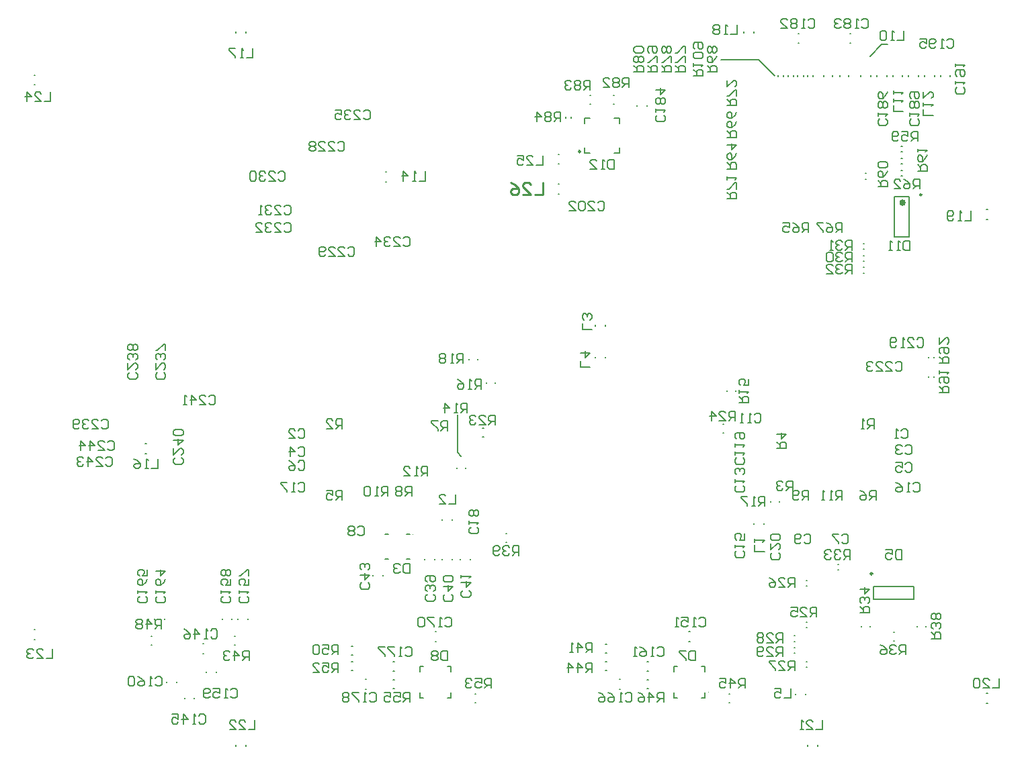
<source format=gbo>
%FSLAX25Y25*%
%MOIN*%
G70*
G01*
G75*
G04 Layer_Color=32896*
%ADD10C,0.00591*%
%ADD11C,0.00591*%
%ADD12C,0.00492*%
%ADD13R,0.03347X0.05118*%
%ADD14R,0.04528X0.05709*%
%ADD15R,0.12598X0.16929*%
%ADD16R,0.03150X0.01575*%
%ADD17R,0.01575X0.03150*%
%ADD18R,0.05709X0.04528*%
%ADD19R,0.03543X0.02756*%
G04:AMPARAMS|DCode=20|XSize=23.62mil|YSize=23.62mil|CornerRadius=2.95mil|HoleSize=0mil|Usage=FLASHONLY|Rotation=90.000|XOffset=0mil|YOffset=0mil|HoleType=Round|Shape=RoundedRectangle|*
%AMROUNDEDRECTD20*
21,1,0.02362,0.01772,0,0,90.0*
21,1,0.01772,0.02362,0,0,90.0*
1,1,0.00591,0.00886,0.00886*
1,1,0.00591,0.00886,-0.00886*
1,1,0.00591,-0.00886,-0.00886*
1,1,0.00591,-0.00886,0.00886*
%
%ADD20ROUNDEDRECTD20*%
%ADD21R,0.02756X0.03543*%
G04:AMPARAMS|DCode=22|XSize=23.62mil|YSize=23.62mil|CornerRadius=2.95mil|HoleSize=0mil|Usage=FLASHONLY|Rotation=180.000|XOffset=0mil|YOffset=0mil|HoleType=Round|Shape=RoundedRectangle|*
%AMROUNDEDRECTD22*
21,1,0.02362,0.01772,0,0,180.0*
21,1,0.01772,0.02362,0,0,180.0*
1,1,0.00591,-0.00886,0.00886*
1,1,0.00591,0.00886,0.00886*
1,1,0.00591,0.00886,-0.00886*
1,1,0.00591,-0.00886,-0.00886*
%
%ADD22ROUNDEDRECTD22*%
%ADD23R,0.05118X0.03347*%
%ADD24R,0.11000X0.08500*%
%ADD25R,0.23622X0.19685*%
%ADD26O,0.06102X0.01378*%
%ADD27R,0.10787X0.12795*%
%ADD28O,0.04134X0.01181*%
%ADD29O,0.01181X0.04134*%
%ADD30R,0.08268X0.08268*%
%ADD31R,0.05906X0.09449*%
%ADD32C,0.03937*%
%ADD33R,0.05512X0.02992*%
%ADD34R,0.12520X0.05000*%
%ADD35R,0.02992X0.05512*%
%ADD36R,0.05000X0.12520*%
%ADD37O,0.00984X0.03150*%
%ADD38O,0.03150X0.00984*%
%ADD39R,0.21654X0.21654*%
%ADD40O,0.00984X0.05709*%
%ADD41R,0.29528X0.29528*%
%ADD42O,0.00984X0.03543*%
%ADD43O,0.03543X0.00984*%
%ADD44C,0.01772*%
%ADD45C,0.01575*%
%ADD46C,0.01969*%
%ADD47R,0.07087X0.08661*%
%ADD48R,0.08661X0.07087*%
%ADD49R,0.14961X0.11024*%
%ADD50R,0.03543X0.03740*%
%ADD51C,0.05906*%
%ADD52C,0.01181*%
%ADD53C,0.00984*%
%ADD54C,0.03937*%
%ADD55C,0.00787*%
%ADD56C,0.00551*%
%ADD57C,0.00394*%
%ADD58P,0.05966X8X22.5*%
%ADD59C,0.05512*%
%ADD60C,0.05906*%
%ADD61C,0.07874*%
%ADD62C,0.09843*%
%ADD63C,0.15748*%
%ADD64C,0.04724*%
%ADD65R,0.07874X0.07874*%
%ADD66R,0.07874X0.07874*%
G04:AMPARAMS|DCode=67|XSize=62.99mil|YSize=62.99mil|CornerRadius=15.75mil|HoleSize=0mil|Usage=FLASHONLY|Rotation=90.000|XOffset=0mil|YOffset=0mil|HoleType=Round|Shape=RoundedRectangle|*
%AMROUNDEDRECTD67*
21,1,0.06299,0.03150,0,0,90.0*
21,1,0.03150,0.06299,0,0,90.0*
1,1,0.03150,0.01575,0.01575*
1,1,0.03150,0.01575,-0.01575*
1,1,0.03150,-0.01575,-0.01575*
1,1,0.03150,-0.01575,0.01575*
%
%ADD67ROUNDEDRECTD67*%
%ADD68C,0.06299*%
%ADD69C,0.02559*%
%ADD70C,0.02953*%
%ADD71C,0.02362*%
%ADD72C,0.02756*%
%ADD73C,0.01575*%
%ADD74C,0.01969*%
%ADD75C,0.08661*%
%ADD76C,0.06693*%
%ADD77C,0.03937*%
%ADD78C,0.03740*%
%ADD79C,0.03543*%
%ADD80C,0.03150*%
%ADD81C,0.04331*%
%ADD82C,0.03347*%
%ADD83C,0.00512*%
%ADD84C,0.00494*%
%ADD85C,0.02756*%
%ADD86C,0.02362*%
%ADD87C,0.09449*%
%ADD88C,0.10630*%
%ADD89R,0.03347X0.01102*%
%ADD90R,0.06496X0.09449*%
%ADD91O,0.08661X0.02362*%
%ADD92O,0.03347X0.01102*%
%ADD93O,0.01102X0.03347*%
%ADD94R,0.08071X0.08071*%
%ADD95O,0.02756X0.09843*%
%ADD96C,0.07874*%
%ADD97C,0.01000*%
%ADD98C,0.00984*%
%ADD99R,0.03740X0.05512*%
%ADD100R,0.04921X0.06102*%
%ADD101R,0.12992X0.17323*%
%ADD102R,0.03543X0.01969*%
%ADD103R,0.01969X0.03543*%
%ADD104R,0.06102X0.04921*%
%ADD105R,0.03937X0.03150*%
G04:AMPARAMS|DCode=106|XSize=27.56mil|YSize=27.56mil|CornerRadius=4.92mil|HoleSize=0mil|Usage=FLASHONLY|Rotation=90.000|XOffset=0mil|YOffset=0mil|HoleType=Round|Shape=RoundedRectangle|*
%AMROUNDEDRECTD106*
21,1,0.02756,0.01772,0,0,90.0*
21,1,0.01772,0.02756,0,0,90.0*
1,1,0.00984,0.00886,0.00886*
1,1,0.00984,0.00886,-0.00886*
1,1,0.00984,-0.00886,-0.00886*
1,1,0.00984,-0.00886,0.00886*
%
%ADD106ROUNDEDRECTD106*%
%ADD107R,0.03150X0.03937*%
G04:AMPARAMS|DCode=108|XSize=27.56mil|YSize=27.56mil|CornerRadius=4.92mil|HoleSize=0mil|Usage=FLASHONLY|Rotation=180.000|XOffset=0mil|YOffset=0mil|HoleType=Round|Shape=RoundedRectangle|*
%AMROUNDEDRECTD108*
21,1,0.02756,0.01772,0,0,180.0*
21,1,0.01772,0.02756,0,0,180.0*
1,1,0.00984,-0.00886,0.00886*
1,1,0.00984,0.00886,0.00886*
1,1,0.00984,0.00886,-0.00886*
1,1,0.00984,-0.00886,-0.00886*
%
%ADD108ROUNDEDRECTD108*%
%ADD109R,0.05512X0.03740*%
%ADD110R,0.11394X0.08894*%
%ADD111R,0.24016X0.20079*%
%ADD112O,0.06496X0.01772*%
%ADD113R,0.11181X0.13189*%
%ADD114O,0.04528X0.01575*%
%ADD115O,0.01575X0.04528*%
%ADD116R,0.08661X0.08661*%
%ADD117R,0.06299X0.09843*%
%ADD118C,0.07874*%
%ADD119R,0.05906X0.03386*%
%ADD120R,0.12913X0.05394*%
%ADD121R,0.03386X0.05906*%
%ADD122R,0.05394X0.12913*%
%ADD123O,0.01378X0.03543*%
%ADD124O,0.03543X0.01378*%
%ADD125R,0.22047X0.22047*%
%ADD126O,0.01378X0.06102*%
%ADD127R,0.29921X0.29921*%
%ADD128O,0.01378X0.03937*%
%ADD129O,0.03937X0.01378*%
%ADD130C,0.02165*%
%ADD131R,0.07480X0.09055*%
%ADD132R,0.09055X0.07480*%
%ADD133R,0.15354X0.11417*%
%ADD134R,0.03937X0.04134*%
%ADD135P,0.06392X8X22.5*%
%ADD136C,0.08268*%
%ADD137C,0.10236*%
%ADD138C,0.16142*%
%ADD139C,0.05118*%
%ADD140C,0.15748*%
%ADD141R,0.08268X0.08268*%
G04:AMPARAMS|DCode=142|XSize=66.93mil|YSize=66.93mil|CornerRadius=17.72mil|HoleSize=0mil|Usage=FLASHONLY|Rotation=90.000|XOffset=0mil|YOffset=0mil|HoleType=Round|Shape=RoundedRectangle|*
%AMROUNDEDRECTD142*
21,1,0.06693,0.03150,0,0,90.0*
21,1,0.03150,0.06693,0,0,90.0*
1,1,0.03543,0.01575,0.01575*
1,1,0.03543,0.01575,-0.01575*
1,1,0.03543,-0.01575,-0.01575*
1,1,0.03543,-0.01575,0.01575*
%
%ADD142ROUNDEDRECTD142*%
%ADD143C,0.01772*%
%ADD144C,0.02165*%
%ADD145C,0.01181*%
%ADD146R,0.03740X0.01496*%
%ADD147R,0.06890X0.09843*%
%ADD148O,0.09055X0.02756*%
%ADD149O,0.03898X0.01654*%
%ADD150O,0.01654X0.03898*%
%ADD151R,0.08622X0.08622*%
%ADD152O,0.03150X0.10236*%
D53*
X593602Y395689D02*
G03*
X593602Y395689I-492J0D01*
G01*
X424311Y417126D02*
G03*
X424311Y417126I-492J0D01*
G01*
X569173Y207480D02*
G03*
X569173Y207480I-492J0D01*
G01*
D55*
X371850Y143504D02*
X372244D01*
X371850Y147835D02*
X372244D01*
X494095Y462598D02*
X512795D01*
X520669Y454724D01*
X339567Y226929D02*
Y226968D01*
Y214764D02*
Y214803D01*
X327362Y226929D02*
Y226968D01*
Y214764D02*
Y214803D01*
X337992Y226968D02*
X339567D01*
X327362D02*
X328937D01*
X337992Y214764D02*
X339567D01*
X327362D02*
X328937D01*
X363189Y267717D02*
Y286417D01*
Y267717D02*
X365158Y265748D01*
X375787Y279724D02*
X376181D01*
X375787Y275394D02*
X376181D01*
X362992Y259646D02*
Y260039D01*
X367323Y259646D02*
Y260039D01*
X355807Y234055D02*
Y234449D01*
X360728Y234055D02*
Y234449D01*
X346949Y214370D02*
Y214764D01*
X351870Y214370D02*
Y214764D01*
X355807Y214370D02*
Y214764D01*
X360728Y214370D02*
Y214764D01*
X364665Y214370D02*
Y214764D01*
X369586Y214370D02*
Y214764D01*
X321358Y206496D02*
Y206890D01*
X326279Y206496D02*
Y206890D01*
X387205Y223031D02*
X387598D01*
X387205Y227362D02*
X387598D01*
X377756Y301969D02*
Y302362D01*
X382087Y301969D02*
Y302362D01*
X368898Y313779D02*
Y314173D01*
X373229Y313779D02*
Y314173D01*
X431595Y314764D02*
Y315157D01*
X436516Y314764D02*
Y315157D01*
X436516Y330512D02*
Y330905D01*
X431595Y330512D02*
Y330905D01*
X495079Y281693D02*
X495473D01*
X495079Y277362D02*
X495473D01*
X496850Y298031D02*
Y298425D01*
X501181Y298031D02*
Y298425D01*
X522834Y242913D02*
Y243307D01*
X518504Y242913D02*
Y243307D01*
X510335Y232086D02*
Y232480D01*
X515256Y232086D02*
Y232480D01*
X565665Y406283D02*
X566059D01*
X565665Y403528D02*
X566059D01*
X567913Y464567D02*
X573819Y470472D01*
X576772D01*
X522244Y454528D02*
Y454921D01*
X525000Y454528D02*
Y454921D01*
X527165Y454528D02*
Y454921D01*
X529921Y454528D02*
Y454921D01*
X532087Y454528D02*
Y454921D01*
X534843Y454528D02*
Y454921D01*
X537008Y454528D02*
Y454921D01*
X539764Y454528D02*
Y454921D01*
X549409Y454528D02*
Y454921D01*
X545079Y454528D02*
Y454921D01*
X557283Y454528D02*
Y454921D01*
X552953Y454528D02*
Y454921D01*
X568405Y454528D02*
Y454921D01*
X563484Y454528D02*
Y454921D01*
X576280Y454528D02*
Y454921D01*
X571358Y454528D02*
Y454921D01*
X584154Y454528D02*
Y454921D01*
X579232Y454528D02*
Y454921D01*
X592028Y454528D02*
Y454921D01*
X587106Y454528D02*
Y454921D01*
X599901Y454527D02*
Y454921D01*
X594980Y454527D02*
Y454921D01*
X607776Y454528D02*
Y454921D01*
X602854Y454528D02*
Y454921D01*
X583465Y416929D02*
X583858D01*
X583465Y419685D02*
X583858D01*
X583465Y411024D02*
X583858D01*
X583465Y413779D02*
X583858D01*
X583465Y405118D02*
X583858D01*
X583465Y407874D02*
X583858D01*
X580118Y374803D02*
X587205D01*
X580118Y394882D02*
X587205D01*
X580118Y374803D02*
Y394882D01*
X587205Y374803D02*
Y394882D01*
X625787Y388287D02*
X626181D01*
X625787Y383366D02*
X626181D01*
X557874Y470965D02*
X558268D01*
X557874Y475886D02*
X558268D01*
X532284Y475886D02*
X532677D01*
X532284Y470965D02*
X532677D01*
X505413Y476181D02*
Y476575D01*
X510335Y476181D02*
Y476575D01*
X441043Y416536D02*
X443701D01*
Y419193D01*
X441043Y433858D02*
X443701D01*
Y431201D02*
Y433858D01*
X426378D02*
X429035D01*
X426378Y431201D02*
Y433858D01*
Y416536D02*
X429035D01*
X426378D02*
Y419193D01*
X440748Y440748D02*
X441142D01*
X440748Y445079D02*
X441142D01*
X428937Y440748D02*
X429331D01*
X428937Y445079D02*
X429331D01*
X457185Y439764D02*
Y440158D01*
X452264Y439764D02*
Y440158D01*
X419685Y433858D02*
Y434252D01*
X416929Y433858D02*
Y434252D01*
X413189Y410925D02*
X413583D01*
X413189Y415846D02*
X413583D01*
X253445Y476181D02*
Y476575D01*
X258366Y476181D02*
Y476575D01*
X153346Y450295D02*
X153740D01*
X153346Y455217D02*
X153740D01*
X327559Y406988D02*
X327953D01*
X327559Y402067D02*
X327953D01*
X208465Y272146D02*
X208858D01*
X208465Y267225D02*
X208858D01*
X237008Y172736D02*
X237402D01*
X237008Y167815D02*
X237402D01*
X238681Y158268D02*
Y158661D01*
X243602Y158268D02*
Y158661D01*
X223917Y153347D02*
Y153740D01*
X218996Y153347D02*
Y153740D01*
X232776Y145473D02*
Y145866D01*
X227854Y145473D02*
Y145866D01*
X210138Y184843D02*
Y185236D01*
X205217Y184843D02*
Y185236D01*
X218012Y184843D02*
Y185236D01*
X213090Y184843D02*
Y185236D01*
X252756Y176378D02*
X253150D01*
X252756Y172047D02*
X253150D01*
X251476Y184843D02*
Y185236D01*
X246555Y184843D02*
Y185236D01*
X259350Y184843D02*
Y185236D01*
X254429Y184843D02*
Y185236D01*
X153346Y174705D02*
X153740D01*
X153346Y179626D02*
X153740D01*
X536220Y183465D02*
X536614D01*
X536220Y180709D02*
X536614D01*
X530315Y176575D02*
X530709D01*
X530315Y173819D02*
X530709D01*
X530315Y170669D02*
X530709D01*
X530315Y167913D02*
X530709D01*
X536221Y161024D02*
X536614D01*
X536221Y163779D02*
X536614D01*
X535925Y147441D02*
Y147835D01*
X531004Y147441D02*
Y147835D01*
X568110Y180905D02*
Y181299D01*
X563780Y180905D02*
Y181299D01*
X536220Y204134D02*
X536614D01*
X536220Y201378D02*
X536614D01*
X551968Y209252D02*
X552362D01*
X551968Y212008D02*
X552362D01*
X579528Y178347D02*
X579921D01*
X579528Y174016D02*
X579921D01*
X591339Y180905D02*
Y181299D01*
X595669Y180905D02*
Y181299D01*
X258366Y121850D02*
Y122244D01*
X253445Y121850D02*
Y122244D01*
X310827Y167126D02*
X311220D01*
X310827Y171457D02*
X311220D01*
X310827Y163583D02*
X311221D01*
X310827Y159252D02*
X311221D01*
X317716Y155020D02*
X318110D01*
X317716Y150098D02*
X318110D01*
X331496Y163878D02*
X331890D01*
X331496Y158957D02*
X331890D01*
X331496Y154725D02*
X331890D01*
X331496Y150394D02*
X331890D01*
X352165Y173721D02*
X352559D01*
X352165Y178642D02*
X352559D01*
X360137Y158622D02*
Y161319D01*
X344586Y158622D02*
Y161319D01*
Y145767D02*
Y148464D01*
Y145767D02*
X346299D01*
X344586Y161319D02*
X346299D01*
X358425D02*
X360137D01*
X358425Y145767D02*
X360137D01*
Y148464D01*
X436811Y168110D02*
X437205D01*
X436811Y172441D02*
X437205D01*
X436811Y163583D02*
X437205D01*
X436811Y159252D02*
X437205D01*
X443701Y155019D02*
X444095D01*
X443701Y150098D02*
X444095D01*
X457481Y154725D02*
X457875D01*
X457481Y150394D02*
X457875D01*
X457481Y163878D02*
X457874D01*
X457481Y158957D02*
X457874D01*
X497834Y143504D02*
X498228D01*
X497834Y147835D02*
X498228D01*
X478150Y173720D02*
X478543D01*
X478150Y178642D02*
X478543D01*
X486122Y158622D02*
Y161319D01*
X470571Y158622D02*
Y161319D01*
Y145768D02*
Y148465D01*
Y145768D02*
X472284D01*
X470571Y161319D02*
X472284D01*
X484410D02*
X486122D01*
X484410Y145768D02*
X486122D01*
Y148465D01*
X541831Y121850D02*
Y122244D01*
X536909Y121850D02*
Y122244D01*
X625787Y148130D02*
X626181D01*
X625787Y143209D02*
X626181D01*
X211417Y176378D02*
X211811D01*
X211417Y172047D02*
X211811D01*
X564764Y356890D02*
X565158D01*
X564764Y359646D02*
X565158D01*
X564764Y368701D02*
X565158D01*
X564764Y371457D02*
X565158D01*
X564764Y362795D02*
X565158D01*
X564764Y365551D02*
X565158D01*
X589764Y194685D02*
Y200984D01*
X569685Y194685D02*
Y200984D01*
Y194685D02*
X589764D01*
X569685Y200984D02*
X589764D01*
X413189Y401083D02*
X413583D01*
X413189Y396161D02*
X413583D01*
X599803Y304921D02*
Y305315D01*
X597047Y304921D02*
Y305315D01*
X597047Y314764D02*
Y315157D01*
X599803Y314764D02*
Y315157D01*
X379921Y150591D02*
Y155313D01*
X377560D01*
X376773Y154526D01*
Y152952D01*
X377560Y152165D01*
X379921D01*
X378347D02*
X376773Y150591D01*
X372050Y155313D02*
X375198D01*
Y152952D01*
X373624Y153739D01*
X372837D01*
X372050Y152952D01*
Y151378D01*
X372837Y150591D01*
X374411D01*
X375198Y151378D01*
X370476Y154526D02*
X369688Y155313D01*
X368114D01*
X367327Y154526D01*
Y153739D01*
X368114Y152952D01*
X368901D01*
X368114D01*
X367327Y152165D01*
Y151378D01*
X368114Y150591D01*
X369688D01*
X370476Y151378D01*
X339567Y212400D02*
Y207677D01*
X337206D01*
X336418Y208464D01*
Y211613D01*
X337206Y212400D01*
X339567D01*
X334844Y211613D02*
X334057Y212400D01*
X332483D01*
X331696Y211613D01*
Y210826D01*
X332483Y210039D01*
X333270D01*
X332483D01*
X331696Y209251D01*
Y208464D01*
X332483Y207677D01*
X334057D01*
X334844Y208464D01*
X161417Y446652D02*
Y441929D01*
X158269D01*
X153546D02*
X156694D01*
X153546Y445078D01*
Y445865D01*
X154333Y446652D01*
X155907D01*
X156694Y445865D01*
X149610Y441929D02*
Y446652D01*
X151972Y444291D01*
X148823D01*
X162402Y170077D02*
Y165354D01*
X159253D01*
X154530D02*
X157679D01*
X154530Y168503D01*
Y169290D01*
X155317Y170077D01*
X156892D01*
X157679Y169290D01*
X152956D02*
X152169Y170077D01*
X150594D01*
X149807Y169290D01*
Y168503D01*
X150594Y167716D01*
X151382D01*
X150594D01*
X149807Y166929D01*
Y166141D01*
X150594Y165354D01*
X152169D01*
X152956Y166141D01*
X262795Y134644D02*
Y129921D01*
X259647D01*
X254924D02*
X258072D01*
X254924Y133070D01*
Y133857D01*
X255711Y134644D01*
X257285D01*
X258072Y133857D01*
X250201Y129921D02*
X253349D01*
X250201Y133070D01*
Y133857D01*
X250988Y134644D01*
X252562D01*
X253349Y133857D01*
X544291Y134644D02*
Y129921D01*
X541143D01*
X536420D02*
X539569D01*
X536420Y133070D01*
Y133857D01*
X537207Y134644D01*
X538781D01*
X539569Y133857D01*
X534846Y129921D02*
X533271D01*
X534058D01*
Y134644D01*
X534846Y133857D01*
X631890Y155313D02*
Y150591D01*
X628741D01*
X624018D02*
X627167D01*
X624018Y153739D01*
Y154526D01*
X624805Y155313D01*
X626380D01*
X627167Y154526D01*
X622444D02*
X621657Y155313D01*
X620083D01*
X619295Y154526D01*
Y151378D01*
X620083Y150591D01*
X621657D01*
X622444Y151378D01*
Y154526D01*
X618110Y387597D02*
Y382874D01*
X614962D01*
X613387D02*
X611813D01*
X612600D01*
Y387597D01*
X613387Y386810D01*
X609452Y383661D02*
X608665Y382874D01*
X607090D01*
X606303Y383661D01*
Y386810D01*
X607090Y387597D01*
X608665D01*
X609452Y386810D01*
Y386023D01*
X608665Y385236D01*
X606303D01*
X501968Y480117D02*
Y475394D01*
X498820D01*
X497246D02*
X495671D01*
X496458D01*
Y480117D01*
X497246Y479329D01*
X493310D02*
X492523Y480117D01*
X490948D01*
X490161Y479329D01*
Y478542D01*
X490948Y477755D01*
X490161Y476968D01*
Y476181D01*
X490948Y475394D01*
X492523D01*
X493310Y476181D01*
Y476968D01*
X492523Y477755D01*
X493310Y478542D01*
Y479329D01*
X492523Y477755D02*
X490948D01*
X261811Y468306D02*
Y463583D01*
X258662D01*
X257088D02*
X255514D01*
X256301D01*
Y468306D01*
X257088Y467518D01*
X253152Y468306D02*
X250004D01*
Y467518D01*
X253152Y464370D01*
Y463583D01*
X306102Y279528D02*
Y284250D01*
X303741D01*
X302954Y283463D01*
Y281889D01*
X303741Y281102D01*
X306102D01*
X304528D02*
X302954Y279528D01*
X298231D02*
X301379D01*
X298231Y282676D01*
Y283463D01*
X299018Y284250D01*
X300592D01*
X301379Y283463D01*
X306102Y244094D02*
Y248817D01*
X303741D01*
X302954Y248030D01*
Y246456D01*
X303741Y245669D01*
X306102D01*
X304528D02*
X302954Y244094D01*
X298231Y248817D02*
X301379D01*
Y246456D01*
X299805Y247243D01*
X299018D01*
X298231Y246456D01*
Y244882D01*
X299018Y244094D01*
X300592D01*
X301379Y244882D01*
X358268Y278543D02*
Y283266D01*
X355906D01*
X355119Y282479D01*
Y280905D01*
X355906Y280118D01*
X358268D01*
X356693D02*
X355119Y278543D01*
X353545Y283266D02*
X350396D01*
Y282479D01*
X353545Y279330D01*
Y278543D01*
X340551Y246063D02*
Y250786D01*
X338190D01*
X337403Y249999D01*
Y248424D01*
X338190Y247637D01*
X340551D01*
X338977D02*
X337403Y246063D01*
X335828Y249999D02*
X335041Y250786D01*
X333467D01*
X332680Y249999D01*
Y249212D01*
X333467Y248424D01*
X332680Y247637D01*
Y246850D01*
X333467Y246063D01*
X335041D01*
X335828Y246850D01*
Y247637D01*
X335041Y248424D01*
X335828Y249212D01*
Y249999D01*
X335041Y248424D02*
X333467D01*
X328740Y246063D02*
Y250786D01*
X326379D01*
X325592Y249999D01*
Y248424D01*
X326379Y247637D01*
X328740D01*
X327166D02*
X325592Y246063D01*
X324017D02*
X322443D01*
X323230D01*
Y250786D01*
X324017Y249999D01*
X320081D02*
X319294Y250786D01*
X317720D01*
X316933Y249999D01*
Y246850D01*
X317720Y246063D01*
X319294D01*
X320081Y246850D01*
Y249999D01*
X348425Y255906D02*
Y260628D01*
X346064D01*
X345277Y259841D01*
Y258267D01*
X346064Y257480D01*
X348425D01*
X346851D02*
X345277Y255906D01*
X343702D02*
X342128D01*
X342915D01*
Y260628D01*
X343702Y259841D01*
X336618Y255906D02*
X339767D01*
X336618Y259054D01*
Y259841D01*
X337405Y260628D01*
X338979D01*
X339767Y259841D01*
X554134Y244094D02*
Y248817D01*
X551772D01*
X550985Y248030D01*
Y246456D01*
X551772Y245669D01*
X554134D01*
X552560D02*
X550985Y244094D01*
X549411D02*
X547837D01*
X548624D01*
Y248817D01*
X549411Y248030D01*
X545475Y244094D02*
X543901D01*
X544688D01*
Y248817D01*
X545475Y248030D01*
X537402Y244094D02*
Y248817D01*
X535040D01*
X534253Y248030D01*
Y246456D01*
X535040Y245669D01*
X537402D01*
X535827D02*
X534253Y244094D01*
X532679Y244882D02*
X531891Y244094D01*
X530317D01*
X529530Y244882D01*
Y248030D01*
X530317Y248817D01*
X531891D01*
X532679Y248030D01*
Y247243D01*
X531891Y246456D01*
X529530D01*
X602362Y312008D02*
X607085D01*
Y314369D01*
X606298Y315157D01*
X604724D01*
X603936Y314369D01*
Y312008D01*
Y313582D02*
X602362Y315157D01*
X603149Y316731D02*
X602362Y317518D01*
Y319092D01*
X603149Y319879D01*
X606298D01*
X607085Y319092D01*
Y317518D01*
X606298Y316731D01*
X605511D01*
X604724Y317518D01*
Y319879D01*
X602362Y324602D02*
Y321454D01*
X605511Y324602D01*
X606298D01*
X607085Y323815D01*
Y322241D01*
X606298Y321454D01*
X602362Y297244D02*
X607085D01*
Y299605D01*
X606298Y300393D01*
X604724D01*
X603936Y299605D01*
Y297244D01*
Y298818D02*
X602362Y300393D01*
X603149Y301967D02*
X602362Y302754D01*
Y304328D01*
X603149Y305116D01*
X606298D01*
X607085Y304328D01*
Y302754D01*
X606298Y301967D01*
X605511D01*
X604724Y302754D01*
Y305116D01*
X602362Y306690D02*
Y308264D01*
Y307477D01*
X607085D01*
X606298Y306690D01*
X414370Y432087D02*
Y436809D01*
X412009D01*
X411222Y436022D01*
Y434448D01*
X412009Y433661D01*
X414370D01*
X412796D02*
X411222Y432087D01*
X409647Y436022D02*
X408860Y436809D01*
X407286D01*
X406499Y436022D01*
Y435235D01*
X407286Y434448D01*
X406499Y433661D01*
Y432874D01*
X407286Y432087D01*
X408860D01*
X409647Y432874D01*
Y433661D01*
X408860Y434448D01*
X409647Y435235D01*
Y436022D01*
X408860Y434448D02*
X407286D01*
X402563Y432087D02*
Y436809D01*
X404924Y434448D01*
X401776D01*
X429134Y447835D02*
Y452558D01*
X426772D01*
X425985Y451770D01*
Y450196D01*
X426772Y449409D01*
X429134D01*
X427560D02*
X425985Y447835D01*
X424411Y451770D02*
X423624Y452558D01*
X422050D01*
X421262Y451770D01*
Y450983D01*
X422050Y450196D01*
X421262Y449409D01*
Y448622D01*
X422050Y447835D01*
X423624D01*
X424411Y448622D01*
Y449409D01*
X423624Y450196D01*
X424411Y450983D01*
Y451770D01*
X423624Y450196D02*
X422050D01*
X419688Y451770D02*
X418901Y452558D01*
X417327D01*
X416539Y451770D01*
Y450983D01*
X417327Y450196D01*
X418114D01*
X417327D01*
X416539Y449409D01*
Y448622D01*
X417327Y447835D01*
X418901D01*
X419688Y448622D01*
X448234Y449016D02*
Y453739D01*
X445872D01*
X445085Y452951D01*
Y451377D01*
X445872Y450590D01*
X448234D01*
X446659D02*
X445085Y449016D01*
X443511Y452951D02*
X442724Y453739D01*
X441149D01*
X440362Y452951D01*
Y452164D01*
X441149Y451377D01*
X440362Y450590D01*
Y449803D01*
X441149Y449016D01*
X442724D01*
X443511Y449803D01*
Y450590D01*
X442724Y451377D01*
X443511Y452164D01*
Y452951D01*
X442724Y451377D02*
X441149D01*
X435639Y449016D02*
X438788D01*
X435639Y452164D01*
Y452951D01*
X436426Y453739D01*
X438001D01*
X438788Y452951D01*
X457677Y456693D02*
X462400D01*
Y459054D01*
X461613Y459841D01*
X460039D01*
X459251Y459054D01*
Y456693D01*
Y458267D02*
X457677Y459841D01*
X462400Y461416D02*
Y464564D01*
X461613D01*
X458464Y461416D01*
X457677D01*
X458464Y466139D02*
X457677Y466926D01*
Y468500D01*
X458464Y469287D01*
X461613D01*
X462400Y468500D01*
Y466926D01*
X461613Y466139D01*
X460826D01*
X460039Y466926D01*
Y469287D01*
X464567Y456693D02*
X469290D01*
Y459054D01*
X468503Y459841D01*
X466928D01*
X466141Y459054D01*
Y456693D01*
Y458267D02*
X464567Y459841D01*
X469290Y461416D02*
Y464564D01*
X468503D01*
X465354Y461416D01*
X464567D01*
X468503Y466139D02*
X469290Y466926D01*
Y468500D01*
X468503Y469287D01*
X467716D01*
X466928Y468500D01*
X466141Y469287D01*
X465354D01*
X464567Y468500D01*
Y466926D01*
X465354Y466139D01*
X466141D01*
X466928Y466926D01*
X467716Y466139D01*
X468503D01*
X466928Y466926D02*
Y468500D01*
X471457Y456693D02*
X476180D01*
Y459054D01*
X475392Y459841D01*
X473818D01*
X473031Y459054D01*
Y456693D01*
Y458267D02*
X471457Y459841D01*
X476180Y461416D02*
Y464564D01*
X475392D01*
X472244Y461416D01*
X471457D01*
X476180Y466139D02*
Y469287D01*
X475392D01*
X472244Y466139D01*
X471457D01*
X497047Y439961D02*
X501770D01*
Y442322D01*
X500983Y443109D01*
X499409D01*
X498622Y442322D01*
Y439961D01*
Y441535D02*
X497047Y443109D01*
X501770Y444684D02*
Y447832D01*
X500983D01*
X497834Y444684D01*
X497047D01*
Y452555D02*
Y449406D01*
X500196Y452555D01*
X500983D01*
X501770Y451768D01*
Y450194D01*
X500983Y449406D01*
X497047Y393701D02*
X501770D01*
Y396062D01*
X500983Y396849D01*
X499409D01*
X498622Y396062D01*
Y393701D01*
Y395275D02*
X497047Y396849D01*
X501770Y398424D02*
Y401572D01*
X500983D01*
X497834Y398424D01*
X497047D01*
Y403147D02*
Y404721D01*
Y403934D01*
X501770D01*
X500983Y403147D01*
X487205Y456693D02*
X491928D01*
Y459054D01*
X491141Y459841D01*
X489566D01*
X488779Y459054D01*
Y456693D01*
Y458267D02*
X487205Y459841D01*
X491928Y464564D02*
X491141Y462990D01*
X489566Y461416D01*
X487992D01*
X487205Y462203D01*
Y463777D01*
X487992Y464564D01*
X488779D01*
X489566Y463777D01*
Y461416D01*
X491141Y466139D02*
X491928Y466926D01*
Y468500D01*
X491141Y469287D01*
X490353D01*
X489566Y468500D01*
X488779Y469287D01*
X487992D01*
X487205Y468500D01*
Y466926D01*
X487992Y466139D01*
X488779D01*
X489566Y466926D01*
X490353Y466139D01*
X491141D01*
X489566Y466926D02*
Y468500D01*
X480315Y454724D02*
X485038D01*
Y457086D01*
X484251Y457873D01*
X482676D01*
X481889Y457086D01*
Y454724D01*
Y456299D02*
X480315Y457873D01*
Y459447D02*
Y461022D01*
Y460234D01*
X485038D01*
X484251Y459447D01*
Y463383D02*
X485038Y464170D01*
Y465744D01*
X484251Y466532D01*
X481102D01*
X480315Y465744D01*
Y464170D01*
X481102Y463383D01*
X484251D01*
X481102Y468106D02*
X480315Y468893D01*
Y470467D01*
X481102Y471254D01*
X484251D01*
X485038Y470467D01*
Y468893D01*
X484251Y468106D01*
X483464D01*
X482676Y468893D01*
Y471254D01*
X537402Y376969D02*
Y381691D01*
X535040D01*
X534253Y380904D01*
Y379330D01*
X535040Y378543D01*
X537402D01*
X535827D02*
X534253Y376969D01*
X529530Y381691D02*
X531104Y380904D01*
X532679Y379330D01*
Y377756D01*
X531891Y376969D01*
X530317D01*
X529530Y377756D01*
Y378543D01*
X530317Y379330D01*
X532679D01*
X524807Y381691D02*
X527956D01*
Y379330D01*
X526381Y380117D01*
X525594D01*
X524807Y379330D01*
Y377756D01*
X525594Y376969D01*
X527169D01*
X527956Y377756D01*
X497047Y408465D02*
X501770D01*
Y410826D01*
X500983Y411613D01*
X499409D01*
X498622Y410826D01*
Y408465D01*
Y410039D02*
X497047Y411613D01*
X501770Y416336D02*
X500983Y414762D01*
X499409Y413187D01*
X497834D01*
X497047Y413975D01*
Y415549D01*
X497834Y416336D01*
X498622D01*
X499409Y415549D01*
Y413187D01*
X497047Y420272D02*
X501770D01*
X499409Y417910D01*
Y421059D01*
X592520Y398622D02*
Y403345D01*
X590158D01*
X589371Y402558D01*
Y400983D01*
X590158Y400196D01*
X592520D01*
X590945D02*
X589371Y398622D01*
X584648Y403345D02*
X586223Y402558D01*
X587797Y400983D01*
Y399409D01*
X587010Y398622D01*
X585435D01*
X584648Y399409D01*
Y400196D01*
X585435Y400983D01*
X587797D01*
X579925Y398622D02*
X583074D01*
X579925Y401771D01*
Y402558D01*
X580713Y403345D01*
X582287D01*
X583074Y402558D01*
X591535Y407480D02*
X596258D01*
Y409842D01*
X595471Y410629D01*
X593897D01*
X593110Y409842D01*
Y407480D01*
Y409055D02*
X591535Y410629D01*
X596258Y415352D02*
X595471Y413777D01*
X593897Y412203D01*
X592323D01*
X591535Y412990D01*
Y414565D01*
X592323Y415352D01*
X593110D01*
X593897Y414565D01*
Y412203D01*
X591535Y416926D02*
Y418500D01*
Y417713D01*
X596258D01*
X595471Y416926D01*
X571850Y399606D02*
X576573D01*
Y401968D01*
X575786Y402755D01*
X574212D01*
X573425Y401968D01*
Y399606D01*
Y401181D02*
X571850Y402755D01*
X576573Y407478D02*
X575786Y405903D01*
X574212Y404329D01*
X572638D01*
X571850Y405116D01*
Y406691D01*
X572638Y407478D01*
X573425D01*
X574212Y406691D01*
Y404329D01*
X575786Y409052D02*
X576573Y409839D01*
Y411413D01*
X575786Y412201D01*
X572638D01*
X571850Y411413D01*
Y409839D01*
X572638Y409052D01*
X575786D01*
X591535Y422244D02*
Y426967D01*
X589174D01*
X588387Y426180D01*
Y424606D01*
X589174Y423818D01*
X591535D01*
X589961D02*
X588387Y422244D01*
X583664Y426967D02*
X586813D01*
Y424606D01*
X585238Y425393D01*
X584451D01*
X583664Y424606D01*
Y423031D01*
X584451Y422244D01*
X586025D01*
X586813Y423031D01*
X582090D02*
X581302Y422244D01*
X579728D01*
X578941Y423031D01*
Y426180D01*
X579728Y426967D01*
X581302D01*
X582090Y426180D01*
Y425393D01*
X581302Y424606D01*
X578941D01*
X339567Y143701D02*
Y148424D01*
X337206D01*
X336418Y147636D01*
Y146062D01*
X337206Y145275D01*
X339567D01*
X337993D02*
X336418Y143701D01*
X331696Y148424D02*
X334844D01*
Y146062D01*
X333270Y146849D01*
X332483D01*
X331696Y146062D01*
Y144488D01*
X332483Y143701D01*
X334057D01*
X334844Y144488D01*
X326973Y148424D02*
X330121D01*
Y146062D01*
X328547Y146849D01*
X327760D01*
X326973Y146062D01*
Y144488D01*
X327760Y143701D01*
X329334D01*
X330121Y144488D01*
X304134Y158465D02*
Y163187D01*
X301772D01*
X300985Y162400D01*
Y160826D01*
X301772Y160039D01*
X304134D01*
X302560D02*
X300985Y158465D01*
X296262Y163187D02*
X299411D01*
Y160826D01*
X297837Y161613D01*
X297049D01*
X296262Y160826D01*
Y159252D01*
X297049Y158465D01*
X298624D01*
X299411Y159252D01*
X291540Y158465D02*
X294688D01*
X291540Y161613D01*
Y162400D01*
X292327Y163187D01*
X293901D01*
X294688Y162400D01*
X304134Y167323D02*
Y172046D01*
X301772D01*
X300985Y171259D01*
Y169684D01*
X301772Y168897D01*
X304134D01*
X302560D02*
X300985Y167323D01*
X296262Y172046D02*
X299411D01*
Y169684D01*
X297837Y170471D01*
X297049D01*
X296262Y169684D01*
Y168110D01*
X297049Y167323D01*
X298624D01*
X299411Y168110D01*
X294688Y171259D02*
X293901Y172046D01*
X292327D01*
X291540Y171259D01*
Y168110D01*
X292327Y167323D01*
X293901D01*
X294688Y168110D01*
Y171259D01*
X216400Y180100D02*
Y184823D01*
X214039D01*
X213251Y184036D01*
Y182461D01*
X214039Y181674D01*
X216400D01*
X214826D02*
X213251Y180100D01*
X209316D02*
Y184823D01*
X211677Y182461D01*
X208528D01*
X206954Y184036D02*
X206167Y184823D01*
X204593D01*
X203806Y184036D01*
Y183249D01*
X204593Y182461D01*
X203806Y181674D01*
Y180887D01*
X204593Y180100D01*
X206167D01*
X206954Y180887D01*
Y181674D01*
X206167Y182461D01*
X206954Y183249D01*
Y184036D01*
X206167Y182461D02*
X204593D01*
X465551Y143701D02*
Y148424D01*
X463190D01*
X462403Y147636D01*
Y146062D01*
X463190Y145275D01*
X465551D01*
X463977D02*
X462403Y143701D01*
X458467D02*
Y148424D01*
X460828Y146062D01*
X457680D01*
X452957Y148424D02*
X454531Y147636D01*
X456105Y146062D01*
Y144488D01*
X455318Y143701D01*
X453744D01*
X452957Y144488D01*
Y145275D01*
X453744Y146062D01*
X456105D01*
X505905Y150590D02*
Y155313D01*
X503544D01*
X502757Y154526D01*
Y152952D01*
X503544Y152165D01*
X505905D01*
X504331D02*
X502757Y150590D01*
X498821D02*
Y155313D01*
X501182Y152952D01*
X498034D01*
X493311Y155313D02*
X496459D01*
Y152952D01*
X494885Y153739D01*
X494098D01*
X493311Y152952D01*
Y151377D01*
X494098Y150590D01*
X495672D01*
X496459Y151377D01*
X430118Y158465D02*
Y163187D01*
X427757D01*
X426969Y162400D01*
Y160826D01*
X427757Y160039D01*
X430118D01*
X428544D02*
X426969Y158465D01*
X423034D02*
Y163187D01*
X425395Y160826D01*
X422247D01*
X418311Y158465D02*
Y163187D01*
X420672Y160826D01*
X417524D01*
X259842Y164370D02*
Y169093D01*
X257481D01*
X256694Y168306D01*
Y166732D01*
X257481Y165944D01*
X259842D01*
X258268D02*
X256694Y164370D01*
X252758D02*
Y169093D01*
X255120Y166732D01*
X251971D01*
X250397Y168306D02*
X249610Y169093D01*
X248035D01*
X247248Y168306D01*
Y167519D01*
X248035Y166732D01*
X248822D01*
X248035D01*
X247248Y165944D01*
Y165157D01*
X248035Y164370D01*
X249610D01*
X250397Y165157D01*
X430118Y168307D02*
Y173030D01*
X427757D01*
X426969Y172243D01*
Y170668D01*
X427757Y169881D01*
X430118D01*
X428544D02*
X426969Y168307D01*
X423034D02*
Y173030D01*
X425395Y170668D01*
X422247D01*
X420672Y168307D02*
X419098D01*
X419885D01*
Y173030D01*
X420672Y172243D01*
X393701Y216535D02*
Y221258D01*
X391339D01*
X390552Y220471D01*
Y218897D01*
X391339Y218110D01*
X393701D01*
X392126D02*
X390552Y216535D01*
X388978Y220471D02*
X388191Y221258D01*
X386616D01*
X385829Y220471D01*
Y219684D01*
X386616Y218897D01*
X387404D01*
X386616D01*
X385829Y218110D01*
Y217323D01*
X386616Y216535D01*
X388191D01*
X388978Y217323D01*
X384255D02*
X383468Y216535D01*
X381894D01*
X381106Y217323D01*
Y220471D01*
X381894Y221258D01*
X383468D01*
X384255Y220471D01*
Y219684D01*
X383468Y218897D01*
X381106D01*
X598425Y175197D02*
X603148D01*
Y177558D01*
X602361Y178345D01*
X600787D01*
X600000Y177558D01*
Y175197D01*
Y176771D02*
X598425Y178345D01*
X602361Y179920D02*
X603148Y180707D01*
Y182281D01*
X602361Y183068D01*
X601574D01*
X600787Y182281D01*
Y181494D01*
Y182281D01*
X600000Y183068D01*
X599212D01*
X598425Y182281D01*
Y180707D01*
X599212Y179920D01*
X602361Y184643D02*
X603148Y185430D01*
Y187004D01*
X602361Y187791D01*
X601574D01*
X600787Y187004D01*
X600000Y187791D01*
X599212D01*
X598425Y187004D01*
Y185430D01*
X599212Y184643D01*
X600000D01*
X600787Y185430D01*
X601574Y184643D01*
X602361D01*
X600787Y185430D02*
Y187004D01*
X585630Y167323D02*
Y172046D01*
X583268D01*
X582481Y171259D01*
Y169684D01*
X583268Y168897D01*
X585630D01*
X584056D02*
X582481Y167323D01*
X580907Y171259D02*
X580120Y172046D01*
X578546D01*
X577758Y171259D01*
Y170471D01*
X578546Y169684D01*
X579333D01*
X578546D01*
X577758Y168897D01*
Y168110D01*
X578546Y167323D01*
X580120D01*
X580907Y168110D01*
X573036Y172046D02*
X574610Y171259D01*
X576184Y169684D01*
Y168110D01*
X575397Y167323D01*
X573823D01*
X573036Y168110D01*
Y168897D01*
X573823Y169684D01*
X576184D01*
X562992Y187992D02*
X567715D01*
Y190354D01*
X566928Y191141D01*
X565354D01*
X564566Y190354D01*
Y187992D01*
Y189566D02*
X562992Y191141D01*
X566928Y192715D02*
X567715Y193502D01*
Y195076D01*
X566928Y195864D01*
X566141D01*
X565354Y195076D01*
Y194289D01*
Y195076D01*
X564566Y195864D01*
X563779D01*
X562992Y195076D01*
Y193502D01*
X563779Y192715D01*
X562992Y199799D02*
X567715D01*
X565354Y197438D01*
Y200587D01*
X558071Y214567D02*
Y219290D01*
X555709D01*
X554922Y218503D01*
Y216928D01*
X555709Y216141D01*
X558071D01*
X556497D02*
X554922Y214567D01*
X553348Y218503D02*
X552561Y219290D01*
X550986D01*
X550199Y218503D01*
Y217716D01*
X550986Y216928D01*
X551774D01*
X550986D01*
X550199Y216141D01*
Y215354D01*
X550986Y214567D01*
X552561D01*
X553348Y215354D01*
X548625Y218503D02*
X547838Y219290D01*
X546264D01*
X545476Y218503D01*
Y217716D01*
X546264Y216928D01*
X547051D01*
X546264D01*
X545476Y216141D01*
Y215354D01*
X546264Y214567D01*
X547838D01*
X548625Y215354D01*
X558957Y356410D02*
Y361133D01*
X556596D01*
X555809Y360346D01*
Y358772D01*
X556596Y357984D01*
X558957D01*
X557383D02*
X555809Y356410D01*
X554235Y360346D02*
X553447Y361133D01*
X551873D01*
X551086Y360346D01*
Y359559D01*
X551873Y358772D01*
X552660D01*
X551873D01*
X551086Y357984D01*
Y357197D01*
X551873Y356410D01*
X553447D01*
X554235Y357197D01*
X546363Y356410D02*
X549512D01*
X546363Y359559D01*
Y360346D01*
X547150Y361133D01*
X548725D01*
X549512Y360346D01*
X558957Y368210D02*
Y372933D01*
X556596D01*
X555809Y372146D01*
Y370572D01*
X556596Y369784D01*
X558957D01*
X557383D02*
X555809Y368210D01*
X554235Y372146D02*
X553447Y372933D01*
X551873D01*
X551086Y372146D01*
Y371359D01*
X551873Y370572D01*
X552660D01*
X551873D01*
X551086Y369784D01*
Y368997D01*
X551873Y368210D01*
X553447D01*
X554235Y368997D01*
X549512Y368210D02*
X547937D01*
X548725D01*
Y372933D01*
X549512Y372146D01*
X558957Y362310D02*
Y367033D01*
X556596D01*
X555809Y366246D01*
Y364672D01*
X556596Y363884D01*
X558957D01*
X557383D02*
X555809Y362310D01*
X554235Y366246D02*
X553447Y367033D01*
X551873D01*
X551086Y366246D01*
Y365459D01*
X551873Y364672D01*
X552660D01*
X551873D01*
X551086Y363884D01*
Y363097D01*
X551873Y362310D01*
X553447D01*
X554235Y363097D01*
X549512Y366246D02*
X548725Y367033D01*
X547150D01*
X546363Y366246D01*
Y363097D01*
X547150Y362310D01*
X548725D01*
X549512Y363097D01*
Y366246D01*
X524606Y166339D02*
Y171062D01*
X522245D01*
X521458Y170274D01*
Y168700D01*
X522245Y167913D01*
X524606D01*
X523032D02*
X521458Y166339D01*
X516735D02*
X519883D01*
X516735Y169487D01*
Y170274D01*
X517522Y171062D01*
X519096D01*
X519883Y170274D01*
X515161Y167126D02*
X514373Y166339D01*
X512799D01*
X512012Y167126D01*
Y170274D01*
X512799Y171062D01*
X514373D01*
X515161Y170274D01*
Y169487D01*
X514373Y168700D01*
X512012D01*
X524606Y173228D02*
Y177951D01*
X522245D01*
X521458Y177164D01*
Y175590D01*
X522245Y174803D01*
X524606D01*
X523032D02*
X521458Y173228D01*
X516735D02*
X519883D01*
X516735Y176377D01*
Y177164D01*
X517522Y177951D01*
X519096D01*
X519883Y177164D01*
X515161D02*
X514373Y177951D01*
X512799D01*
X512012Y177164D01*
Y176377D01*
X512799Y175590D01*
X512012Y174803D01*
Y174015D01*
X512799Y173228D01*
X514373D01*
X515161Y174015D01*
Y174803D01*
X514373Y175590D01*
X515161Y176377D01*
Y177164D01*
X514373Y175590D02*
X512799D01*
X530512Y159449D02*
Y164172D01*
X528150D01*
X527363Y163385D01*
Y161810D01*
X528150Y161023D01*
X530512D01*
X528937D02*
X527363Y159449D01*
X522640D02*
X525789D01*
X522640Y162597D01*
Y163385D01*
X523427Y164172D01*
X525002D01*
X525789Y163385D01*
X521066Y164172D02*
X517917D01*
Y163385D01*
X521066Y160236D01*
Y159449D01*
X530512Y200787D02*
Y205510D01*
X528150D01*
X527363Y204723D01*
Y203149D01*
X528150Y202362D01*
X530512D01*
X528937D02*
X527363Y200787D01*
X522640D02*
X525789D01*
X522640Y203936D01*
Y204723D01*
X523427Y205510D01*
X525002D01*
X525789Y204723D01*
X517917Y205510D02*
X519492Y204723D01*
X521066Y203149D01*
Y201574D01*
X520279Y200787D01*
X518705D01*
X517917Y201574D01*
Y202362D01*
X518705Y203149D01*
X521066D01*
X541339Y186024D02*
Y190746D01*
X538977D01*
X538190Y189959D01*
Y188385D01*
X538977Y187598D01*
X541339D01*
X539764D02*
X538190Y186024D01*
X533467D02*
X536616D01*
X533467Y189172D01*
Y189959D01*
X534254Y190746D01*
X535828D01*
X536616Y189959D01*
X528744Y190746D02*
X531893D01*
Y188385D01*
X530318Y189172D01*
X529531D01*
X528744Y188385D01*
Y186811D01*
X529531Y186024D01*
X531106D01*
X531893Y186811D01*
X500984Y283465D02*
Y288187D01*
X498623D01*
X497836Y287400D01*
Y285826D01*
X498623Y285039D01*
X500984D01*
X499410D02*
X497836Y283465D01*
X493113D02*
X496261D01*
X493113Y286613D01*
Y287400D01*
X493900Y288187D01*
X495474D01*
X496261Y287400D01*
X489177Y283465D02*
Y288187D01*
X491538Y285826D01*
X488390D01*
X381890Y281496D02*
Y286219D01*
X379528D01*
X378741Y285432D01*
Y283857D01*
X379528Y283070D01*
X381890D01*
X380315D02*
X378741Y281496D01*
X374018D02*
X377167D01*
X374018Y284645D01*
Y285432D01*
X374805Y286219D01*
X376380D01*
X377167Y285432D01*
X372444D02*
X371657Y286219D01*
X370083D01*
X369295Y285432D01*
Y284645D01*
X370083Y283857D01*
X370870D01*
X370083D01*
X369295Y283070D01*
Y282283D01*
X370083Y281496D01*
X371657D01*
X372444Y282283D01*
X366142Y312008D02*
Y316731D01*
X363780D01*
X362993Y315944D01*
Y314369D01*
X363780Y313582D01*
X366142D01*
X364567D02*
X362993Y312008D01*
X361419D02*
X359845D01*
X360632D01*
Y316731D01*
X361419Y315944D01*
X357483D02*
X356696Y316731D01*
X355122D01*
X354334Y315944D01*
Y315157D01*
X355122Y314369D01*
X354334Y313582D01*
Y312795D01*
X355122Y312008D01*
X356696D01*
X357483Y312795D01*
Y313582D01*
X356696Y314369D01*
X357483Y315157D01*
Y315944D01*
X356696Y314369D02*
X355122D01*
X515748Y241142D02*
Y245865D01*
X513387D01*
X512599Y245077D01*
Y243503D01*
X513387Y242716D01*
X515748D01*
X514174D02*
X512599Y241142D01*
X511025D02*
X509451D01*
X510238D01*
Y245865D01*
X511025Y245077D01*
X507089Y245865D02*
X503941D01*
Y245077D01*
X507089Y241929D01*
Y241142D01*
X375000Y299213D02*
Y303936D01*
X372639D01*
X371851Y303148D01*
Y301574D01*
X372639Y300787D01*
X375000D01*
X373426D02*
X371851Y299213D01*
X370277D02*
X368703D01*
X369490D01*
Y303936D01*
X370277Y303148D01*
X363193Y303936D02*
X364767Y303148D01*
X366341Y301574D01*
Y300000D01*
X365554Y299213D01*
X363980D01*
X363193Y300000D01*
Y300787D01*
X363980Y301574D01*
X366341D01*
X502953Y292323D02*
X507676D01*
Y294684D01*
X506888Y295471D01*
X505314D01*
X504527Y294684D01*
Y292323D01*
Y293897D02*
X502953Y295471D01*
Y297046D02*
Y298620D01*
Y297833D01*
X507676D01*
X506888Y297046D01*
X507676Y304130D02*
Y300981D01*
X505314D01*
X506101Y302556D01*
Y303343D01*
X505314Y304130D01*
X503740D01*
X502953Y303343D01*
Y301769D01*
X503740Y300981D01*
X368110Y287402D02*
Y292124D01*
X365749D01*
X364962Y291337D01*
Y289763D01*
X365749Y288976D01*
X368110D01*
X366536D02*
X364962Y287402D01*
X363387D02*
X361813D01*
X362600D01*
Y292124D01*
X363387Y291337D01*
X357090Y287402D02*
Y292124D01*
X359452Y289763D01*
X356303D01*
X529528Y248819D02*
Y253542D01*
X527166D01*
X526379Y252755D01*
Y251180D01*
X527166Y250393D01*
X529528D01*
X527953D02*
X526379Y248819D01*
X524805Y252755D02*
X524018Y253542D01*
X522443D01*
X521656Y252755D01*
Y251968D01*
X522443Y251180D01*
X523231D01*
X522443D01*
X521656Y250393D01*
Y249606D01*
X522443Y248819D01*
X524018D01*
X524805Y249606D01*
X569882Y279528D02*
Y284250D01*
X567520D01*
X566733Y283463D01*
Y281889D01*
X567520Y281102D01*
X569882D01*
X568308D02*
X566733Y279528D01*
X565159D02*
X563585D01*
X564372D01*
Y284250D01*
X565159Y283463D01*
X214567Y264565D02*
Y259842D01*
X211418D01*
X209844D02*
X208270D01*
X209057D01*
Y264565D01*
X209844Y263778D01*
X202760Y264565D02*
X204334Y263778D01*
X205908Y262204D01*
Y260630D01*
X205121Y259842D01*
X203547D01*
X202760Y260630D01*
Y261417D01*
X203547Y262204D01*
X205908D01*
X347441Y407282D02*
Y402559D01*
X344292D01*
X342718D02*
X341144D01*
X341931D01*
Y407282D01*
X342718Y406495D01*
X336421Y402559D02*
Y407282D01*
X338782Y404920D01*
X335634D01*
X599211Y435039D02*
X594488D01*
Y438188D01*
Y439762D02*
Y441336D01*
Y440549D01*
X599211D01*
X598424Y439762D01*
X594488Y446847D02*
Y443698D01*
X597637Y446847D01*
X598424D01*
X599211Y446059D01*
Y444485D01*
X598424Y443698D01*
X584447Y437008D02*
X579724D01*
Y440157D01*
Y441731D02*
Y443305D01*
Y442518D01*
X584447D01*
X583660Y441731D01*
X579724Y445667D02*
Y447241D01*
Y446454D01*
X584447D01*
X583660Y445667D01*
X584646Y477164D02*
Y472441D01*
X581497D01*
X579923D02*
X578348D01*
X579136D01*
Y477164D01*
X579923Y476377D01*
X575987D02*
X575200Y477164D01*
X573626D01*
X572838Y476377D01*
Y473228D01*
X573626Y472441D01*
X575200D01*
X575987Y473228D01*
Y476377D01*
X528543Y150392D02*
Y145669D01*
X525395D01*
X520672Y150392D02*
X523820D01*
Y148031D01*
X522246Y148818D01*
X521459D01*
X520672Y148031D01*
Y146456D01*
X521459Y145669D01*
X523033D01*
X523820Y146456D01*
X428935Y310039D02*
X424213D01*
Y313188D01*
Y317124D02*
X428935D01*
X426574Y314762D01*
Y317911D01*
X429920Y328740D02*
X425197D01*
Y331889D01*
X429133Y333463D02*
X429920Y334250D01*
Y335824D01*
X429133Y336612D01*
X428345D01*
X427558Y335824D01*
Y335037D01*
Y335824D01*
X426771Y336612D01*
X425984D01*
X425197Y335824D01*
Y334250D01*
X425984Y333463D01*
X362205Y246849D02*
Y242126D01*
X359056D01*
X354333D02*
X357482D01*
X354333Y245275D01*
Y246062D01*
X355120Y246849D01*
X356695D01*
X357482Y246062D01*
X515550Y218504D02*
X510827D01*
Y221653D01*
Y223227D02*
Y224801D01*
Y224014D01*
X515550D01*
X514762Y223227D01*
X440945Y413187D02*
Y408465D01*
X438583D01*
X437796Y409252D01*
Y412400D01*
X438583Y413187D01*
X440945D01*
X436222Y408465D02*
X434648D01*
X435435D01*
Y413187D01*
X436222Y412400D01*
X429138Y408465D02*
X432286D01*
X429138Y411613D01*
Y412400D01*
X429925Y413187D01*
X431499D01*
X432286Y412400D01*
X587598Y372833D02*
Y368110D01*
X585237D01*
X584450Y368897D01*
Y372046D01*
X585237Y372833D01*
X587598D01*
X582876Y368110D02*
X581301D01*
X582088D01*
Y372833D01*
X582876Y372046D01*
X578940Y368110D02*
X577365D01*
X578153D01*
Y372833D01*
X578940Y372046D01*
X358268Y169093D02*
Y164370D01*
X355906D01*
X355119Y165157D01*
Y168306D01*
X355906Y169093D01*
X358268D01*
X353545Y168306D02*
X352758Y169093D01*
X351183D01*
X350396Y168306D01*
Y167519D01*
X351183Y166732D01*
X350396Y165944D01*
Y165157D01*
X351183Y164370D01*
X352758D01*
X353545Y165157D01*
Y165944D01*
X352758Y166732D01*
X353545Y167519D01*
Y168306D01*
X352758Y166732D02*
X351183D01*
X481299Y169093D02*
Y164370D01*
X478938D01*
X478151Y165157D01*
Y168306D01*
X478938Y169093D01*
X481299D01*
X476576D02*
X473428D01*
Y168306D01*
X476576Y165157D01*
Y164370D01*
X583661Y219290D02*
Y214567D01*
X581300D01*
X580513Y215354D01*
Y218503D01*
X581300Y219290D01*
X583661D01*
X575790D02*
X578938D01*
Y216928D01*
X577364Y217716D01*
X576577D01*
X575790Y216928D01*
Y215354D01*
X576577Y214567D01*
X578151D01*
X578938Y215354D01*
X189765Y272637D02*
X190552Y273424D01*
X192126D01*
X192913Y272637D01*
Y269488D01*
X192126Y268701D01*
X190552D01*
X189765Y269488D01*
X185042Y268701D02*
X188190D01*
X185042Y271849D01*
Y272637D01*
X185829Y273424D01*
X187403D01*
X188190Y272637D01*
X181106Y268701D02*
Y273424D01*
X183468Y271062D01*
X180319D01*
X176383Y268701D02*
Y273424D01*
X178745Y271062D01*
X175596D01*
X188780Y264762D02*
X189568Y265550D01*
X191142D01*
X191929Y264762D01*
Y261614D01*
X191142Y260827D01*
X189568D01*
X188780Y261614D01*
X184058Y260827D02*
X187206D01*
X184058Y263975D01*
Y264762D01*
X184845Y265550D01*
X186419D01*
X187206Y264762D01*
X180122Y260827D02*
Y265550D01*
X182483Y263188D01*
X179335D01*
X177761Y264762D02*
X176973Y265550D01*
X175399D01*
X174612Y264762D01*
Y263975D01*
X175399Y263188D01*
X176186D01*
X175399D01*
X174612Y262401D01*
Y261614D01*
X175399Y260827D01*
X176973D01*
X177761Y261614D01*
X239962Y295274D02*
X240749Y296061D01*
X242323D01*
X243110Y295274D01*
Y292126D01*
X242323Y291339D01*
X240749D01*
X239962Y292126D01*
X235239Y291339D02*
X238387D01*
X235239Y294487D01*
Y295274D01*
X236026Y296061D01*
X237600D01*
X238387Y295274D01*
X231303Y291339D02*
Y296061D01*
X233664Y293700D01*
X230516D01*
X228942Y291339D02*
X227367D01*
X228154D01*
Y296061D01*
X228942Y295274D01*
X226377Y264960D02*
X227164Y264173D01*
Y262598D01*
X226377Y261811D01*
X223228D01*
X222441Y262598D01*
Y264173D01*
X223228Y264960D01*
X222441Y269683D02*
Y266534D01*
X225589Y269683D01*
X226377D01*
X227164Y268895D01*
Y267321D01*
X226377Y266534D01*
X222441Y273618D02*
X227164D01*
X224802Y271257D01*
Y274405D01*
X226377Y275980D02*
X227164Y276767D01*
Y278341D01*
X226377Y279128D01*
X223228D01*
X222441Y278341D01*
Y276767D01*
X223228Y275980D01*
X226377D01*
X186688Y283339D02*
X187475Y284126D01*
X189049D01*
X189836Y283339D01*
Y280190D01*
X189049Y279403D01*
X187475D01*
X186688Y280190D01*
X181965Y279403D02*
X185113D01*
X181965Y282552D01*
Y283339D01*
X182752Y284126D01*
X184326D01*
X185113Y283339D01*
X180391D02*
X179603Y284126D01*
X178029D01*
X177242Y283339D01*
Y282552D01*
X178029Y281765D01*
X178816D01*
X178029D01*
X177242Y280978D01*
Y280190D01*
X178029Y279403D01*
X179603D01*
X180391Y280190D01*
X175668D02*
X174881Y279403D01*
X173306D01*
X172519Y280190D01*
Y283339D01*
X173306Y284126D01*
X174881D01*
X175668Y283339D01*
Y282552D01*
X174881Y281765D01*
X172519D01*
X203739Y307282D02*
X204526Y306495D01*
Y304921D01*
X203739Y304134D01*
X200590D01*
X199803Y304921D01*
Y306495D01*
X200590Y307282D01*
X199803Y312005D02*
Y308857D01*
X202952Y312005D01*
X203739D01*
X204526Y311218D01*
Y309644D01*
X203739Y308857D01*
Y313580D02*
X204526Y314367D01*
Y315941D01*
X203739Y316728D01*
X202952D01*
X202165Y315941D01*
Y315154D01*
Y315941D01*
X201377Y316728D01*
X200590D01*
X199803Y315941D01*
Y314367D01*
X200590Y313580D01*
X203739Y318302D02*
X204526Y319090D01*
Y320664D01*
X203739Y321451D01*
X202952D01*
X202165Y320664D01*
X201377Y321451D01*
X200590D01*
X199803Y320664D01*
Y319090D01*
X200590Y318302D01*
X201377D01*
X202165Y319090D01*
X202952Y318302D01*
X203739D01*
X202165Y319090D02*
Y320664D01*
X217518Y307282D02*
X218306Y306495D01*
Y304921D01*
X217518Y304134D01*
X214370D01*
X213583Y304921D01*
Y306495D01*
X214370Y307282D01*
X213583Y312005D02*
Y308857D01*
X216731Y312005D01*
X217518D01*
X218306Y311218D01*
Y309644D01*
X217518Y308857D01*
Y313580D02*
X218306Y314367D01*
Y315941D01*
X217518Y316728D01*
X216731D01*
X215944Y315941D01*
Y315154D01*
Y315941D01*
X215157Y316728D01*
X214370D01*
X213583Y315941D01*
Y314367D01*
X214370Y313580D01*
X218306Y318302D02*
Y321451D01*
X217518D01*
X214370Y318302D01*
X213583D01*
X316733Y437007D02*
X317520Y437794D01*
X319095D01*
X319882Y437007D01*
Y433858D01*
X319095Y433071D01*
X317520D01*
X316733Y433858D01*
X312010Y433071D02*
X315159D01*
X312010Y436220D01*
Y437007D01*
X312798Y437794D01*
X314372D01*
X315159Y437007D01*
X310436D02*
X309649Y437794D01*
X308075D01*
X307288Y437007D01*
Y436220D01*
X308075Y435432D01*
X308862D01*
X308075D01*
X307288Y434645D01*
Y433858D01*
X308075Y433071D01*
X309649D01*
X310436Y433858D01*
X302565Y437794D02*
X305713D01*
Y435432D01*
X304139Y436220D01*
X303352D01*
X302565Y435432D01*
Y433858D01*
X303352Y433071D01*
X304926D01*
X305713Y433858D01*
X336418Y374014D02*
X337206Y374802D01*
X338780D01*
X339567Y374014D01*
Y370866D01*
X338780Y370079D01*
X337206D01*
X336418Y370866D01*
X331696Y370079D02*
X334844D01*
X331696Y373227D01*
Y374014D01*
X332483Y374802D01*
X334057D01*
X334844Y374014D01*
X330121D02*
X329334Y374802D01*
X327760D01*
X326973Y374014D01*
Y373227D01*
X327760Y372440D01*
X328547D01*
X327760D01*
X326973Y371653D01*
Y370866D01*
X327760Y370079D01*
X329334D01*
X330121Y370866D01*
X323037Y370079D02*
Y374802D01*
X325398Y372440D01*
X322250D01*
X277363Y380904D02*
X278150Y381691D01*
X279725D01*
X280512Y380904D01*
Y377756D01*
X279725Y376969D01*
X278150D01*
X277363Y377756D01*
X272640Y376969D02*
X275789D01*
X272640Y380117D01*
Y380904D01*
X273428Y381691D01*
X275002D01*
X275789Y380904D01*
X271066D02*
X270279Y381691D01*
X268705D01*
X267917Y380904D01*
Y380117D01*
X268705Y379330D01*
X269492D01*
X268705D01*
X267917Y378543D01*
Y377756D01*
X268705Y376969D01*
X270279D01*
X271066Y377756D01*
X263195Y376969D02*
X266343D01*
X263195Y380117D01*
Y380904D01*
X263982Y381691D01*
X265556D01*
X266343Y380904D01*
X277363Y389762D02*
X278150Y390550D01*
X279725D01*
X280512Y389762D01*
Y386614D01*
X279725Y385827D01*
X278150D01*
X277363Y386614D01*
X272640Y385827D02*
X275789D01*
X272640Y388975D01*
Y389762D01*
X273428Y390550D01*
X275002D01*
X275789Y389762D01*
X271066D02*
X270279Y390550D01*
X268705D01*
X267917Y389762D01*
Y388975D01*
X268705Y388188D01*
X269492D01*
X268705D01*
X267917Y387401D01*
Y386614D01*
X268705Y385827D01*
X270279D01*
X271066Y386614D01*
X266343Y385827D02*
X264769D01*
X265556D01*
Y390550D01*
X266343Y389762D01*
X274411Y406495D02*
X275198Y407282D01*
X276772D01*
X277559Y406495D01*
Y403346D01*
X276772Y402559D01*
X275198D01*
X274411Y403346D01*
X269688Y402559D02*
X272836D01*
X269688Y405708D01*
Y406495D01*
X270475Y407282D01*
X272049D01*
X272836Y406495D01*
X268113D02*
X267326Y407282D01*
X265752D01*
X264965Y406495D01*
Y405708D01*
X265752Y404920D01*
X266539D01*
X265752D01*
X264965Y404133D01*
Y403346D01*
X265752Y402559D01*
X267326D01*
X268113Y403346D01*
X263390Y406495D02*
X262603Y407282D01*
X261029D01*
X260242Y406495D01*
Y403346D01*
X261029Y402559D01*
X262603D01*
X263390Y403346D01*
Y406495D01*
X308859Y369093D02*
X309646Y369880D01*
X311221D01*
X312008Y369093D01*
Y365945D01*
X311221Y365158D01*
X309646D01*
X308859Y365945D01*
X304136Y365158D02*
X307285D01*
X304136Y368306D01*
Y369093D01*
X304924Y369880D01*
X306498D01*
X307285Y369093D01*
X299413Y365158D02*
X302562D01*
X299413Y368306D01*
Y369093D01*
X300201Y369880D01*
X301775D01*
X302562Y369093D01*
X297839Y365945D02*
X297052Y365158D01*
X295478D01*
X294691Y365945D01*
Y369093D01*
X295478Y369880D01*
X297052D01*
X297839Y369093D01*
Y368306D01*
X297052Y367519D01*
X294691D01*
X303938Y421259D02*
X304725Y422046D01*
X306299D01*
X307087Y421259D01*
Y418110D01*
X306299Y417323D01*
X304725D01*
X303938Y418110D01*
X299215Y417323D02*
X302364D01*
X299215Y420471D01*
Y421259D01*
X300002Y422046D01*
X301577D01*
X302364Y421259D01*
X294492Y417323D02*
X297641D01*
X294492Y420471D01*
Y421259D01*
X295279Y422046D01*
X296854D01*
X297641Y421259D01*
X292918D02*
X292131Y422046D01*
X290557D01*
X289769Y421259D01*
Y420471D01*
X290557Y419684D01*
X289769Y418897D01*
Y418110D01*
X290557Y417323D01*
X292131D01*
X292918Y418110D01*
Y418897D01*
X292131Y419684D01*
X292918Y420471D01*
Y421259D01*
X292131Y419684D02*
X290557D01*
X580513Y312007D02*
X581300Y312794D01*
X582874D01*
X583661Y312007D01*
Y308858D01*
X582874Y308071D01*
X581300D01*
X580513Y308858D01*
X575790Y308071D02*
X578938D01*
X575790Y311220D01*
Y312007D01*
X576577Y312794D01*
X578151D01*
X578938Y312007D01*
X571067Y308071D02*
X574216D01*
X571067Y311220D01*
Y312007D01*
X571854Y312794D01*
X573428D01*
X574216Y312007D01*
X569493D02*
X568706Y312794D01*
X567131D01*
X566344Y312007D01*
Y311220D01*
X567131Y310432D01*
X567918D01*
X567131D01*
X566344Y309645D01*
Y308858D01*
X567131Y308071D01*
X568706D01*
X569493Y308858D01*
X591340Y323818D02*
X592127Y324605D01*
X593701D01*
X594488Y323818D01*
Y320669D01*
X593701Y319882D01*
X592127D01*
X591340Y320669D01*
X586617Y319882D02*
X589765D01*
X586617Y323030D01*
Y323818D01*
X587404Y324605D01*
X588978D01*
X589765Y323818D01*
X585042Y319882D02*
X583468D01*
X584255D01*
Y324605D01*
X585042Y323818D01*
X581107Y320669D02*
X580319Y319882D01*
X578745D01*
X577958Y320669D01*
Y323818D01*
X578745Y324605D01*
X580319D01*
X581107Y323818D01*
Y323030D01*
X580319Y322243D01*
X577958D01*
X432875Y391731D02*
X433662Y392518D01*
X435237D01*
X436024Y391731D01*
Y388582D01*
X435237Y387795D01*
X433662D01*
X432875Y388582D01*
X428152Y387795D02*
X431301D01*
X428152Y390944D01*
Y391731D01*
X428939Y392518D01*
X430514D01*
X431301Y391731D01*
X426578D02*
X425791Y392518D01*
X424216D01*
X423429Y391731D01*
Y388582D01*
X424216Y387795D01*
X425791D01*
X426578Y388582D01*
Y391731D01*
X418706Y387795D02*
X421855D01*
X418706Y390944D01*
Y391731D01*
X419493Y392518D01*
X421068D01*
X421855Y391731D01*
X606103Y472440D02*
X606890Y473227D01*
X608465D01*
X609252Y472440D01*
Y469291D01*
X608465Y468504D01*
X606890D01*
X606103Y469291D01*
X604529Y468504D02*
X602955D01*
X603742D01*
Y473227D01*
X604529Y472440D01*
X600593Y469291D02*
X599806Y468504D01*
X598232D01*
X597445Y469291D01*
Y472440D01*
X598232Y473227D01*
X599806D01*
X600593Y472440D01*
Y471653D01*
X599806Y470865D01*
X597445D01*
X592722Y473227D02*
X595870D01*
Y470865D01*
X594296Y471653D01*
X593509D01*
X592722Y470865D01*
Y469291D01*
X593509Y468504D01*
X595083D01*
X595870Y469291D01*
X614172Y449015D02*
X614959Y448228D01*
Y446653D01*
X614172Y445866D01*
X611023D01*
X610236Y446653D01*
Y448228D01*
X611023Y449015D01*
X610236Y450589D02*
Y452163D01*
Y451376D01*
X614959D01*
X614172Y450589D01*
X611023Y454525D02*
X610236Y455312D01*
Y456886D01*
X611023Y457673D01*
X614172D01*
X614959Y456886D01*
Y455312D01*
X614172Y454525D01*
X613385D01*
X612598Y455312D01*
Y457673D01*
X610236Y459248D02*
Y460822D01*
Y460035D01*
X614959D01*
X614172Y459248D01*
X591534Y433267D02*
X592321Y432480D01*
Y430905D01*
X591534Y430118D01*
X588386D01*
X587598Y430905D01*
Y432480D01*
X588386Y433267D01*
X587598Y434841D02*
Y436415D01*
Y435628D01*
X592321D01*
X591534Y434841D01*
Y438777D02*
X592321Y439564D01*
Y441138D01*
X591534Y441925D01*
X590747D01*
X589960Y441138D01*
X589173Y441925D01*
X588386D01*
X587598Y441138D01*
Y439564D01*
X588386Y438777D01*
X589173D01*
X589960Y439564D01*
X590747Y438777D01*
X591534D01*
X589960Y439564D02*
Y441138D01*
X588386Y443500D02*
X587598Y444287D01*
Y445861D01*
X588386Y446648D01*
X591534D01*
X592321Y445861D01*
Y444287D01*
X591534Y443500D01*
X590747D01*
X589960Y444287D01*
Y446648D01*
X575786Y433267D02*
X576573Y432480D01*
Y430905D01*
X575786Y430118D01*
X572638D01*
X571850Y430905D01*
Y432480D01*
X572638Y433267D01*
X571850Y434841D02*
Y436415D01*
Y435628D01*
X576573D01*
X575786Y434841D01*
Y438777D02*
X576573Y439564D01*
Y441138D01*
X575786Y441925D01*
X574999D01*
X574212Y441138D01*
X573425Y441925D01*
X572638D01*
X571850Y441138D01*
Y439564D01*
X572638Y438777D01*
X573425D01*
X574212Y439564D01*
X574999Y438777D01*
X575786D01*
X574212Y439564D02*
Y441138D01*
X576573Y446648D02*
X575786Y445074D01*
X574212Y443500D01*
X572638D01*
X571850Y444287D01*
Y445861D01*
X572638Y446648D01*
X573425D01*
X574212Y445861D01*
Y443500D01*
X465550Y435235D02*
X466337Y434448D01*
Y432874D01*
X465550Y432087D01*
X462401D01*
X461614Y432874D01*
Y434448D01*
X462401Y435235D01*
X461614Y436809D02*
Y438384D01*
Y437597D01*
X466337D01*
X465550Y436809D01*
Y440745D02*
X466337Y441532D01*
Y443107D01*
X465550Y443894D01*
X464763D01*
X463976Y443107D01*
X463189Y443894D01*
X462401D01*
X461614Y443107D01*
Y441532D01*
X462401Y440745D01*
X463189D01*
X463976Y441532D01*
X464763Y440745D01*
X465550D01*
X463976Y441532D02*
Y443107D01*
X461614Y447830D02*
X466337D01*
X463976Y445468D01*
Y448617D01*
X563780Y482282D02*
X564568Y483069D01*
X566142D01*
X566929Y482282D01*
Y479134D01*
X566142Y478346D01*
X564568D01*
X563780Y479134D01*
X562206Y478346D02*
X560632D01*
X561419D01*
Y483069D01*
X562206Y482282D01*
X558271D02*
X557483Y483069D01*
X555909D01*
X555122Y482282D01*
Y481495D01*
X555909Y480708D01*
X555122Y479921D01*
Y479134D01*
X555909Y478346D01*
X557483D01*
X558271Y479134D01*
Y479921D01*
X557483Y480708D01*
X558271Y481495D01*
Y482282D01*
X557483Y480708D02*
X555909D01*
X553548Y482282D02*
X552761Y483069D01*
X551186D01*
X550399Y482282D01*
Y481495D01*
X551186Y480708D01*
X551973D01*
X551186D01*
X550399Y479921D01*
Y479134D01*
X551186Y478346D01*
X552761D01*
X553548Y479134D01*
X537206Y482282D02*
X537993Y483069D01*
X539567D01*
X540354Y482282D01*
Y479134D01*
X539567Y478346D01*
X537993D01*
X537206Y479134D01*
X535632Y478346D02*
X534057D01*
X534844D01*
Y483069D01*
X535632Y482282D01*
X531696D02*
X530909Y483069D01*
X529334D01*
X528547Y482282D01*
Y481495D01*
X529334Y480708D01*
X528547Y479921D01*
Y479134D01*
X529334Y478346D01*
X530909D01*
X531696Y479134D01*
Y479921D01*
X530909Y480708D01*
X531696Y481495D01*
Y482282D01*
X530909Y480708D02*
X529334D01*
X523824Y478346D02*
X526973D01*
X523824Y481495D01*
Y482282D01*
X524611Y483069D01*
X526186D01*
X526973Y482282D01*
X319686Y147636D02*
X320473Y148424D01*
X322047D01*
X322835Y147636D01*
Y144488D01*
X322047Y143701D01*
X320473D01*
X319686Y144488D01*
X318112Y143701D02*
X316537D01*
X317325D01*
Y148424D01*
X318112Y147636D01*
X314176Y148424D02*
X311027D01*
Y147636D01*
X314176Y144488D01*
Y143701D01*
X309453Y147636D02*
X308666Y148424D01*
X307092D01*
X306305Y147636D01*
Y146849D01*
X307092Y146062D01*
X306305Y145275D01*
Y144488D01*
X307092Y143701D01*
X308666D01*
X309453Y144488D01*
Y145275D01*
X308666Y146062D01*
X309453Y146849D01*
Y147636D01*
X308666Y146062D02*
X307092D01*
X337403Y170274D02*
X338190Y171062D01*
X339764D01*
X340551Y170274D01*
Y167126D01*
X339764Y166339D01*
X338190D01*
X337403Y167126D01*
X335828Y166339D02*
X334254D01*
X335041D01*
Y171062D01*
X335828Y170274D01*
X331893Y171062D02*
X328744D01*
Y170274D01*
X331893Y167126D01*
Y166339D01*
X327170Y171062D02*
X324021D01*
Y170274D01*
X327170Y167126D01*
Y166339D01*
X357088Y185038D02*
X357875Y185825D01*
X359449D01*
X360236Y185038D01*
Y181889D01*
X359449Y181102D01*
X357875D01*
X357088Y181889D01*
X355513Y181102D02*
X353939D01*
X354726D01*
Y185825D01*
X355513Y185038D01*
X351578Y185825D02*
X348429D01*
Y185038D01*
X351578Y181889D01*
Y181102D01*
X346855Y185038D02*
X346068Y185825D01*
X344493D01*
X343706Y185038D01*
Y181889D01*
X344493Y181102D01*
X346068D01*
X346855Y181889D01*
Y185038D01*
X446655Y147636D02*
X447442Y148424D01*
X449016D01*
X449803Y147636D01*
Y144488D01*
X449016Y143701D01*
X447442D01*
X446655Y144488D01*
X445080Y143701D02*
X443506D01*
X444293D01*
Y148424D01*
X445080Y147636D01*
X437996Y148424D02*
X439570Y147636D01*
X441145Y146062D01*
Y144488D01*
X440357Y143701D01*
X438783D01*
X437996Y144488D01*
Y145275D01*
X438783Y146062D01*
X441145D01*
X433273Y148424D02*
X434847Y147636D01*
X436422Y146062D01*
Y144488D01*
X435635Y143701D01*
X434060D01*
X433273Y144488D01*
Y145275D01*
X434060Y146062D01*
X436422D01*
X208660Y196062D02*
X209447Y195275D01*
Y193701D01*
X208660Y192913D01*
X205512D01*
X204724Y193701D01*
Y195275D01*
X205512Y196062D01*
X204724Y197636D02*
Y199211D01*
Y198423D01*
X209447D01*
X208660Y197636D01*
X209447Y204721D02*
X208660Y203146D01*
X207086Y201572D01*
X205512D01*
X204724Y202359D01*
Y203933D01*
X205512Y204721D01*
X206299D01*
X207086Y203933D01*
Y201572D01*
X209447Y209443D02*
Y206295D01*
X207086D01*
X207873Y207869D01*
Y208656D01*
X207086Y209443D01*
X205512D01*
X204724Y208656D01*
Y207082D01*
X205512Y206295D01*
X217518Y196062D02*
X218306Y195275D01*
Y193701D01*
X217518Y192913D01*
X214370D01*
X213583Y193701D01*
Y195275D01*
X214370Y196062D01*
X213583Y197636D02*
Y199211D01*
Y198423D01*
X218306D01*
X217518Y197636D01*
X218306Y204721D02*
X217518Y203146D01*
X215944Y201572D01*
X214370D01*
X213583Y202359D01*
Y203933D01*
X214370Y204721D01*
X215157D01*
X215944Y203933D01*
Y201572D01*
X213583Y208656D02*
X218306D01*
X215944Y206295D01*
Y209443D01*
X462403Y170274D02*
X463190Y171062D01*
X464764D01*
X465551Y170274D01*
Y167126D01*
X464764Y166339D01*
X463190D01*
X462403Y167126D01*
X460828Y166339D02*
X459254D01*
X460041D01*
Y171062D01*
X460828Y170274D01*
X453744Y171062D02*
X455318Y170274D01*
X456893Y168700D01*
Y167126D01*
X456105Y166339D01*
X454531D01*
X453744Y167126D01*
Y167913D01*
X454531Y168700D01*
X456893D01*
X452170Y166339D02*
X450595D01*
X451382D01*
Y171062D01*
X452170Y170274D01*
X213387Y155510D02*
X214174Y156298D01*
X215748D01*
X216535Y155510D01*
Y152362D01*
X215748Y151575D01*
X214174D01*
X213387Y152362D01*
X211813Y151575D02*
X210238D01*
X211025D01*
Y156298D01*
X211813Y155510D01*
X204728Y156298D02*
X206302Y155510D01*
X207877Y153936D01*
Y152362D01*
X207090Y151575D01*
X205515D01*
X204728Y152362D01*
Y153149D01*
X205515Y153936D01*
X207877D01*
X203154Y155510D02*
X202367Y156298D01*
X200793D01*
X200005Y155510D01*
Y152362D01*
X200793Y151575D01*
X202367D01*
X203154Y152362D01*
Y155510D01*
X250788Y149605D02*
X251576Y150392D01*
X253150D01*
X253937Y149605D01*
Y146456D01*
X253150Y145669D01*
X251576D01*
X250788Y146456D01*
X249214Y145669D02*
X247640D01*
X248427D01*
Y150392D01*
X249214Y149605D01*
X242130Y150392D02*
X245278D01*
Y148031D01*
X243704Y148818D01*
X242917D01*
X242130Y148031D01*
Y146456D01*
X242917Y145669D01*
X244491D01*
X245278Y146456D01*
X240556D02*
X239768Y145669D01*
X238194D01*
X237407Y146456D01*
Y149605D01*
X238194Y150392D01*
X239768D01*
X240556Y149605D01*
Y148818D01*
X239768Y148031D01*
X237407D01*
X249999Y196062D02*
X250786Y195275D01*
Y193701D01*
X249999Y192913D01*
X246850D01*
X246063Y193701D01*
Y195275D01*
X246850Y196062D01*
X246063Y197636D02*
Y199211D01*
Y198423D01*
X250786D01*
X249999Y197636D01*
X250786Y204721D02*
Y201572D01*
X248424D01*
X249212Y203146D01*
Y203933D01*
X248424Y204721D01*
X246850D01*
X246063Y203933D01*
Y202359D01*
X246850Y201572D01*
X249999Y206295D02*
X250786Y207082D01*
Y208656D01*
X249999Y209443D01*
X249212D01*
X248424Y208656D01*
X247637Y209443D01*
X246850D01*
X246063Y208656D01*
Y207082D01*
X246850Y206295D01*
X247637D01*
X248424Y207082D01*
X249212Y206295D01*
X249999D01*
X248424Y207082D02*
Y208656D01*
X258857Y196062D02*
X259644Y195275D01*
Y193701D01*
X258857Y192913D01*
X255708D01*
X254921Y193701D01*
Y195275D01*
X255708Y196062D01*
X254921Y197636D02*
Y199211D01*
Y198423D01*
X259644D01*
X258857Y197636D01*
X259644Y204721D02*
Y201572D01*
X257283D01*
X258070Y203146D01*
Y203933D01*
X257283Y204721D01*
X255708D01*
X254921Y203933D01*
Y202359D01*
X255708Y201572D01*
X259644Y206295D02*
Y209443D01*
X258857D01*
X255708Y206295D01*
X254921D01*
X483072Y185038D02*
X483859Y185825D01*
X485433D01*
X486221Y185038D01*
Y181889D01*
X485433Y181102D01*
X483859D01*
X483072Y181889D01*
X481498Y181102D02*
X479923D01*
X480710D01*
Y185825D01*
X481498Y185038D01*
X474413Y185825D02*
X477562D01*
Y183464D01*
X475988Y184251D01*
X475200D01*
X474413Y183464D01*
Y181889D01*
X475200Y181102D01*
X476775D01*
X477562Y181889D01*
X472839Y181102D02*
X471265D01*
X472052D01*
Y185825D01*
X472839Y185038D01*
X240946Y179133D02*
X241733Y179920D01*
X243307D01*
X244094Y179133D01*
Y175984D01*
X243307Y175197D01*
X241733D01*
X240946Y175984D01*
X239372Y175197D02*
X237797D01*
X238584D01*
Y179920D01*
X239372Y179133D01*
X233074Y175197D02*
Y179920D01*
X235436Y177558D01*
X232287D01*
X227564Y179920D02*
X229139Y179133D01*
X230713Y177558D01*
Y175984D01*
X229926Y175197D01*
X228351D01*
X227564Y175984D01*
Y176771D01*
X228351Y177558D01*
X230713D01*
X235040Y136810D02*
X235827Y137597D01*
X237402D01*
X238189Y136810D01*
Y133661D01*
X237402Y132874D01*
X235827D01*
X235040Y133661D01*
X233466Y132874D02*
X231892D01*
X232679D01*
Y137597D01*
X233466Y136810D01*
X227169Y132874D02*
Y137597D01*
X229530Y135236D01*
X226382D01*
X221659Y137597D02*
X224808D01*
Y135236D01*
X223233Y136023D01*
X222446D01*
X221659Y135236D01*
Y133661D01*
X222446Y132874D01*
X224020D01*
X224808Y133661D01*
X504920Y264960D02*
X505707Y264173D01*
Y262598D01*
X504920Y261811D01*
X501771D01*
X500984Y262598D01*
Y264173D01*
X501771Y264960D01*
X500984Y266534D02*
Y268108D01*
Y267321D01*
X505707D01*
X504920Y266534D01*
X500984Y270470D02*
Y272044D01*
Y271257D01*
X505707D01*
X504920Y270470D01*
X501771Y274405D02*
X500984Y275192D01*
Y276767D01*
X501771Y277554D01*
X504920D01*
X505707Y276767D01*
Y275192D01*
X504920Y274405D01*
X504133D01*
X503346Y275192D01*
Y277554D01*
X318896Y202952D02*
X319684Y202165D01*
Y200590D01*
X318896Y199803D01*
X315748D01*
X314961Y200590D01*
Y202165D01*
X315748Y202952D01*
X314961Y206888D02*
X319684D01*
X317322Y204526D01*
Y207675D01*
X318896Y209249D02*
X319684Y210036D01*
Y211610D01*
X318896Y212398D01*
X318109D01*
X317322Y211610D01*
Y210823D01*
Y211610D01*
X316535Y212398D01*
X315748D01*
X314961Y211610D01*
Y210036D01*
X315748Y209249D01*
X369093Y199015D02*
X369880Y198228D01*
Y196653D01*
X369093Y195866D01*
X365945D01*
X365158Y196653D01*
Y198228D01*
X365945Y199015D01*
X365158Y202951D02*
X369880D01*
X367519Y200589D01*
Y203738D01*
X365158Y205312D02*
Y206886D01*
Y206099D01*
X369880D01*
X369093Y205312D01*
X360235Y197046D02*
X361022Y196259D01*
Y194685D01*
X360235Y193898D01*
X357086D01*
X356299Y194685D01*
Y196259D01*
X357086Y197046D01*
X356299Y200982D02*
X361022D01*
X358661Y198620D01*
Y201769D01*
X360235Y203343D02*
X361022Y204131D01*
Y205705D01*
X360235Y206492D01*
X357086D01*
X356299Y205705D01*
Y204131D01*
X357086Y203343D01*
X360235D01*
X351377Y197046D02*
X352164Y196259D01*
Y194685D01*
X351377Y193898D01*
X348228D01*
X347441Y194685D01*
Y196259D01*
X348228Y197046D01*
X351377Y198620D02*
X352164Y199408D01*
Y200982D01*
X351377Y201769D01*
X350589D01*
X349802Y200982D01*
Y200195D01*
Y200982D01*
X349015Y201769D01*
X348228D01*
X347441Y200982D01*
Y199408D01*
X348228Y198620D01*
Y203343D02*
X347441Y204131D01*
Y205705D01*
X348228Y206492D01*
X351377D01*
X352164Y205705D01*
Y204131D01*
X351377Y203343D01*
X350589D01*
X349802Y204131D01*
Y206492D01*
X522637Y217716D02*
X523424Y216928D01*
Y215354D01*
X522637Y214567D01*
X519488D01*
X518701Y215354D01*
Y216928D01*
X519488Y217716D01*
X518701Y222438D02*
Y219290D01*
X521849Y222438D01*
X522637D01*
X523424Y221651D01*
Y220077D01*
X522637Y219290D01*
Y224013D02*
X523424Y224800D01*
Y226374D01*
X522637Y227161D01*
X519488D01*
X518701Y226374D01*
Y224800D01*
X519488Y224013D01*
X522637D01*
X373030Y230511D02*
X373817Y229724D01*
Y228149D01*
X373030Y227362D01*
X369882D01*
X369094Y228149D01*
Y229724D01*
X369882Y230511D01*
X369094Y232085D02*
Y233659D01*
Y232872D01*
X373817D01*
X373030Y232085D01*
Y236021D02*
X373817Y236808D01*
Y238382D01*
X373030Y239169D01*
X372243D01*
X371456Y238382D01*
X370669Y239169D01*
X369882D01*
X369094Y238382D01*
Y236808D01*
X369882Y236021D01*
X370669D01*
X371456Y236808D01*
X372243Y236021D01*
X373030D01*
X371456Y236808D02*
Y238382D01*
X284253Y251967D02*
X285040Y252754D01*
X286614D01*
X287402Y251967D01*
Y248819D01*
X286614Y248031D01*
X285040D01*
X284253Y248819D01*
X282679Y248031D02*
X281104D01*
X281891D01*
Y252754D01*
X282679Y251967D01*
X278743Y252754D02*
X275594D01*
Y251967D01*
X278743Y248819D01*
Y248031D01*
X589371Y251967D02*
X590158Y252754D01*
X591733D01*
X592520Y251967D01*
Y248819D01*
X591733Y248031D01*
X590158D01*
X589371Y248819D01*
X587797Y248031D02*
X586223D01*
X587010D01*
Y252754D01*
X587797Y251967D01*
X580713Y252754D02*
X582287Y251967D01*
X583861Y250393D01*
Y248819D01*
X583074Y248031D01*
X581500D01*
X580713Y248819D01*
Y249606D01*
X581500Y250393D01*
X583861D01*
X504920Y218700D02*
X505707Y217913D01*
Y216338D01*
X504920Y215551D01*
X501771D01*
X500984Y216338D01*
Y217913D01*
X501771Y218700D01*
X500984Y220274D02*
Y221848D01*
Y221061D01*
X505707D01*
X504920Y220274D01*
X505707Y227358D02*
Y224210D01*
X503346D01*
X504133Y225784D01*
Y226571D01*
X503346Y227358D01*
X501771D01*
X500984Y226571D01*
Y224997D01*
X501771Y224210D01*
X504920Y251180D02*
X505707Y250393D01*
Y248819D01*
X504920Y248031D01*
X501771D01*
X500984Y248819D01*
Y250393D01*
X501771Y251180D01*
X500984Y252754D02*
Y254329D01*
Y253541D01*
X505707D01*
X504920Y252754D01*
Y256690D02*
X505707Y257477D01*
Y259052D01*
X504920Y259839D01*
X504133D01*
X503346Y259052D01*
Y258264D01*
Y259052D01*
X502559Y259839D01*
X501771D01*
X500984Y259052D01*
Y257477D01*
X501771Y256690D01*
X510631Y286416D02*
X511418Y287203D01*
X512992D01*
X513779Y286416D01*
Y283267D01*
X512992Y282480D01*
X511418D01*
X510631Y283267D01*
X509057Y282480D02*
X507482D01*
X508270D01*
Y287203D01*
X509057Y286416D01*
X505121Y282480D02*
X503547D01*
X504334D01*
Y287203D01*
X505121Y286416D01*
X535237Y226377D02*
X536024Y227164D01*
X537599D01*
X538386Y226377D01*
Y223228D01*
X537599Y222441D01*
X536024D01*
X535237Y223228D01*
X533663D02*
X532876Y222441D01*
X531301D01*
X530514Y223228D01*
Y226377D01*
X531301Y227164D01*
X532876D01*
X533663Y226377D01*
Y225589D01*
X532876Y224802D01*
X530514D01*
X313780Y230314D02*
X314568Y231101D01*
X316142D01*
X316929Y230314D01*
Y227165D01*
X316142Y226378D01*
X314568D01*
X313780Y227165D01*
X312206Y230314D02*
X311419Y231101D01*
X309845D01*
X309058Y230314D01*
Y229526D01*
X309845Y228739D01*
X309058Y227952D01*
Y227165D01*
X309845Y226378D01*
X311419D01*
X312206Y227165D01*
Y227952D01*
X311419Y228739D01*
X312206Y229526D01*
Y230314D01*
X311419Y228739D02*
X309845D01*
X553938Y226377D02*
X554725Y227164D01*
X556299D01*
X557087Y226377D01*
Y223228D01*
X556299Y222441D01*
X554725D01*
X553938Y223228D01*
X552364Y227164D02*
X549215D01*
Y226377D01*
X552364Y223228D01*
Y222441D01*
X284253Y262794D02*
X285040Y263581D01*
X286614D01*
X287402Y262794D01*
Y259645D01*
X286614Y258858D01*
X285040D01*
X284253Y259645D01*
X279530Y263581D02*
X281104Y262794D01*
X282679Y261220D01*
Y259645D01*
X281891Y258858D01*
X280317D01*
X279530Y259645D01*
Y260433D01*
X280317Y261220D01*
X282679D01*
X585434Y261810D02*
X586221Y262597D01*
X587795D01*
X588583Y261810D01*
Y258661D01*
X587795Y257874D01*
X586221D01*
X585434Y258661D01*
X580711Y262597D02*
X583860D01*
Y260236D01*
X582285Y261023D01*
X581498D01*
X580711Y260236D01*
Y258661D01*
X581498Y257874D01*
X583073D01*
X583860Y258661D01*
X284253Y269684D02*
X285040Y270471D01*
X286614D01*
X287402Y269684D01*
Y266535D01*
X286614Y265748D01*
X285040D01*
X284253Y266535D01*
X280317Y265748D02*
Y270471D01*
X282679Y268109D01*
X279530D01*
X585434Y270668D02*
X586221Y271455D01*
X587795D01*
X588583Y270668D01*
Y267519D01*
X587795Y266732D01*
X586221D01*
X585434Y267519D01*
X583860Y270668D02*
X583073Y271455D01*
X581498D01*
X580711Y270668D01*
Y269881D01*
X581498Y269094D01*
X582285D01*
X581498D01*
X580711Y268307D01*
Y267519D01*
X581498Y266732D01*
X583073D01*
X583860Y267519D01*
X284253Y278542D02*
X285040Y279329D01*
X286614D01*
X287402Y278542D01*
Y275393D01*
X286614Y274606D01*
X285040D01*
X284253Y275393D01*
X279530Y274606D02*
X282679D01*
X279530Y277755D01*
Y278542D01*
X280317Y279329D01*
X281891D01*
X282679Y278542D01*
X583466D02*
X584253Y279329D01*
X585827D01*
X586614Y278542D01*
Y275393D01*
X585827Y274606D01*
X584253D01*
X583466Y275393D01*
X581891Y274606D02*
X580317D01*
X581104D01*
Y279329D01*
X581891Y278542D01*
X521654Y269685D02*
X526376D01*
Y272046D01*
X525589Y272834D01*
X524015D01*
X523228Y272046D01*
Y269685D01*
Y271259D02*
X521654Y272834D01*
Y276769D02*
X526376D01*
X524015Y274408D01*
Y277556D01*
X570866Y244094D02*
Y248817D01*
X568505D01*
X567718Y248030D01*
Y246456D01*
X568505Y245669D01*
X570866D01*
X569292D02*
X567718Y244094D01*
X562995Y248817D02*
X564569Y248030D01*
X566143Y246456D01*
Y244882D01*
X565356Y244094D01*
X563782D01*
X562995Y244882D01*
Y245669D01*
X563782Y246456D01*
X566143D01*
X497047Y424213D02*
X501770D01*
Y426574D01*
X500983Y427361D01*
X499409D01*
X498622Y426574D01*
Y424213D01*
Y425787D02*
X497047Y427361D01*
X501770Y432084D02*
X500983Y430510D01*
X499409Y428935D01*
X497834D01*
X497047Y429723D01*
Y431297D01*
X497834Y432084D01*
X498622D01*
X499409Y431297D01*
Y428935D01*
X501770Y436807D02*
X500983Y435233D01*
X499409Y433658D01*
X497834D01*
X497047Y434445D01*
Y436020D01*
X497834Y436807D01*
X498622D01*
X499409Y436020D01*
Y433658D01*
X554134Y376969D02*
Y381691D01*
X551772D01*
X550985Y380904D01*
Y379330D01*
X551772Y378543D01*
X554134D01*
X552560D02*
X550985Y376969D01*
X546262Y381691D02*
X547837Y380904D01*
X549411Y379330D01*
Y377756D01*
X548624Y376969D01*
X547050D01*
X546262Y377756D01*
Y378543D01*
X547050Y379330D01*
X549411D01*
X544688Y381691D02*
X541539D01*
Y380904D01*
X544688Y377756D01*
Y376969D01*
X450787Y456693D02*
X455510D01*
Y459054D01*
X454723Y459841D01*
X453149D01*
X452362Y459054D01*
Y456693D01*
Y458267D02*
X450787Y459841D01*
X454723Y461416D02*
X455510Y462203D01*
Y463777D01*
X454723Y464564D01*
X453936D01*
X453149Y463777D01*
X452362Y464564D01*
X451575D01*
X450787Y463777D01*
Y462203D01*
X451575Y461416D01*
X452362D01*
X453149Y462203D01*
X453936Y461416D01*
X454723D01*
X453149Y462203D02*
Y463777D01*
X454723Y466139D02*
X455510Y466926D01*
Y468500D01*
X454723Y469287D01*
X451575D01*
X450787Y468500D01*
Y466926D01*
X451575Y466139D01*
X454723D01*
X405512Y415156D02*
Y410433D01*
X402363D01*
X397640D02*
X400789D01*
X397640Y413582D01*
Y414369D01*
X398428Y415156D01*
X400002D01*
X400789Y414369D01*
X392917Y415156D02*
X396066D01*
Y412794D01*
X394492Y413582D01*
X393705D01*
X392917Y412794D01*
Y411220D01*
X393705Y410433D01*
X395279D01*
X396066Y411220D01*
D57*
X341339Y226968D02*
G03*
X341339Y226968I-197J0D01*
G01*
X361909Y148474D02*
G03*
X361909Y148474I-197J0D01*
G01*
X487894Y148474D02*
G03*
X487894Y148474I-197J0D01*
G01*
D73*
X584842Y391732D02*
G03*
X584842Y391732I-787J0D01*
G01*
D97*
X405512Y401667D02*
Y395669D01*
X401513D01*
X395515D02*
X399514D01*
X395515Y399668D01*
Y400668D01*
X396515Y401667D01*
X398514D01*
X399514Y400668D01*
X389517Y401667D02*
X391516Y400668D01*
X393516Y398668D01*
Y396669D01*
X392516Y395669D01*
X390517D01*
X389517Y396669D01*
Y397669D01*
X390517Y398668D01*
X393516D01*
M02*

</source>
